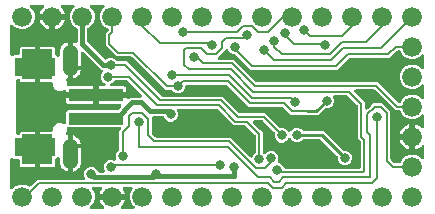
<source format=gbr>
G04 EAGLE Gerber RS-274X export*
G75*
%MOMM*%
%FSLAX34Y34*%
%LPD*%
%INBottom Copper*%
%IPPOS*%
%AMOC8*
5,1,8,0,0,1.08239X$1,22.5*%
G01*
%ADD10R,2.500000X2.500000*%
%ADD11C,1.308000*%
%ADD12C,1.676400*%
%ADD13R,4.600000X1.000000*%
%ADD14R,3.400000X1.600000*%
%ADD15C,0.800100*%
%ADD16C,0.203200*%
%ADD17C,0.406400*%
%ADD18C,0.254000*%

G36*
X298060Y36719D02*
X298060Y36719D01*
X298179Y36726D01*
X298217Y36739D01*
X298258Y36744D01*
X298368Y36787D01*
X298481Y36824D01*
X298516Y36846D01*
X298553Y36861D01*
X298649Y36930D01*
X298750Y36994D01*
X298778Y37024D01*
X298811Y37047D01*
X298887Y37139D01*
X298968Y37226D01*
X298988Y37261D01*
X299013Y37292D01*
X299064Y37400D01*
X299122Y37504D01*
X299132Y37544D01*
X299149Y37580D01*
X299171Y37697D01*
X299201Y37812D01*
X299205Y37872D01*
X299209Y37892D01*
X299207Y37913D01*
X299211Y37973D01*
X299211Y59171D01*
X299199Y59270D01*
X299196Y59369D01*
X299179Y59427D01*
X299171Y59487D01*
X299135Y59579D01*
X299107Y59674D01*
X299077Y59726D01*
X299054Y59783D01*
X298996Y59863D01*
X298946Y59948D01*
X298880Y60023D01*
X298868Y60040D01*
X298858Y60048D01*
X298840Y60069D01*
X296671Y62237D01*
X296671Y89651D01*
X296659Y89750D01*
X296656Y89849D01*
X296639Y89907D01*
X296631Y89967D01*
X296595Y90059D01*
X296567Y90154D01*
X296537Y90206D01*
X296514Y90263D01*
X296456Y90343D01*
X296406Y90428D01*
X296340Y90503D01*
X296328Y90520D01*
X296318Y90528D01*
X296300Y90549D01*
X288669Y98180D01*
X288591Y98240D01*
X288519Y98308D01*
X288466Y98337D01*
X288418Y98374D01*
X288327Y98414D01*
X288240Y98462D01*
X288181Y98477D01*
X288126Y98501D01*
X288028Y98516D01*
X287932Y98541D01*
X287832Y98547D01*
X287812Y98551D01*
X287799Y98549D01*
X287771Y98551D01*
X277046Y98551D01*
X276997Y98545D01*
X276947Y98547D01*
X276840Y98525D01*
X276731Y98511D01*
X276685Y98493D01*
X276636Y98483D01*
X276537Y98435D01*
X276435Y98394D01*
X276395Y98365D01*
X276350Y98343D01*
X276267Y98272D01*
X276178Y98208D01*
X276146Y98169D01*
X276108Y98137D01*
X276045Y98047D01*
X275975Y97963D01*
X275954Y97918D01*
X275925Y97877D01*
X275886Y97774D01*
X275839Y97675D01*
X275830Y97626D01*
X275813Y97580D01*
X275800Y97470D01*
X275780Y97363D01*
X275783Y97313D01*
X275777Y97264D01*
X275793Y97155D01*
X275799Y97045D01*
X275815Y96998D01*
X275822Y96949D01*
X275874Y96796D01*
X276543Y95180D01*
X276543Y92780D01*
X275625Y90562D01*
X273928Y88865D01*
X271710Y87947D01*
X269673Y87947D01*
X269575Y87934D01*
X269476Y87931D01*
X269418Y87915D01*
X269358Y87907D01*
X269266Y87870D01*
X269171Y87843D01*
X269118Y87812D01*
X269062Y87790D01*
X268982Y87732D01*
X268897Y87681D01*
X268821Y87615D01*
X268805Y87603D01*
X268797Y87594D01*
X268776Y87575D01*
X262988Y81787D01*
X252611Y81787D01*
X252599Y81798D01*
X252546Y81827D01*
X252499Y81864D01*
X252408Y81904D01*
X252321Y81952D01*
X252262Y81967D01*
X252207Y81991D01*
X252109Y82006D01*
X252013Y82031D01*
X251913Y82037D01*
X251893Y82041D01*
X251880Y82039D01*
X251852Y82041D01*
X240037Y82041D01*
X233424Y88655D01*
X233346Y88715D01*
X233274Y88783D01*
X233221Y88812D01*
X233173Y88849D01*
X233082Y88889D01*
X232995Y88937D01*
X232936Y88952D01*
X232881Y88976D01*
X232783Y88991D01*
X232687Y89016D01*
X232587Y89022D01*
X232567Y89026D01*
X232554Y89024D01*
X232526Y89026D01*
X203842Y89026D01*
X185799Y107070D01*
X185721Y107130D01*
X185649Y107198D01*
X185596Y107227D01*
X185548Y107264D01*
X185457Y107304D01*
X185370Y107352D01*
X185311Y107367D01*
X185256Y107391D01*
X185158Y107406D01*
X185062Y107431D01*
X184962Y107437D01*
X184942Y107441D01*
X184929Y107439D01*
X184901Y107441D01*
X152082Y107441D01*
X151964Y107426D01*
X151846Y107419D01*
X151807Y107406D01*
X151767Y107401D01*
X151656Y107358D01*
X151543Y107321D01*
X151509Y107299D01*
X151471Y107284D01*
X151375Y107215D01*
X151274Y107151D01*
X151247Y107121D01*
X151214Y107098D01*
X151138Y107006D01*
X151056Y106919D01*
X151037Y106884D01*
X151011Y106853D01*
X150960Y106745D01*
X150903Y106641D01*
X150893Y106601D01*
X150876Y106565D01*
X150853Y106448D01*
X150823Y106333D01*
X150820Y106273D01*
X150816Y106253D01*
X150817Y106232D01*
X150813Y106172D01*
X150813Y105136D01*
X149895Y102918D01*
X148198Y101221D01*
X145980Y100302D01*
X143580Y100302D01*
X141362Y101221D01*
X139668Y102915D01*
X139590Y102976D01*
X139518Y103044D01*
X139465Y103073D01*
X139417Y103110D01*
X139326Y103150D01*
X139239Y103197D01*
X139181Y103212D01*
X139125Y103236D01*
X139027Y103252D01*
X138931Y103277D01*
X138831Y103283D01*
X138811Y103286D01*
X138799Y103285D01*
X138771Y103287D01*
X133701Y103287D01*
X131544Y105444D01*
X131544Y105445D01*
X105789Y131200D01*
X105711Y131260D01*
X105639Y131328D01*
X105586Y131357D01*
X105538Y131394D01*
X105447Y131434D01*
X105360Y131482D01*
X105302Y131497D01*
X105246Y131521D01*
X105148Y131536D01*
X105052Y131561D01*
X104952Y131567D01*
X104932Y131571D01*
X104919Y131569D01*
X104891Y131571D01*
X92717Y131571D01*
X83311Y140977D01*
X83311Y151123D01*
X85480Y153291D01*
X85540Y153369D01*
X85608Y153441D01*
X85637Y153494D01*
X85674Y153542D01*
X85714Y153633D01*
X85762Y153720D01*
X85777Y153779D01*
X85801Y153834D01*
X85816Y153932D01*
X85841Y154028D01*
X85847Y154128D01*
X85851Y154148D01*
X85849Y154161D01*
X85851Y154189D01*
X85851Y154242D01*
X85848Y154271D01*
X85850Y154301D01*
X85828Y154429D01*
X85811Y154557D01*
X85801Y154585D01*
X85796Y154614D01*
X85742Y154733D01*
X85694Y154853D01*
X85677Y154877D01*
X85665Y154904D01*
X85584Y155005D01*
X85508Y155110D01*
X85485Y155129D01*
X85466Y155152D01*
X85363Y155230D01*
X85263Y155313D01*
X85236Y155326D01*
X85212Y155344D01*
X85068Y155415D01*
X83001Y156271D01*
X80071Y159201D01*
X78485Y163028D01*
X78485Y167172D01*
X80071Y170999D01*
X82164Y173093D01*
X82249Y173202D01*
X82338Y173309D01*
X82346Y173328D01*
X82359Y173344D01*
X82414Y173472D01*
X82473Y173597D01*
X82477Y173617D01*
X82485Y173636D01*
X82507Y173774D01*
X82533Y173910D01*
X82532Y173930D01*
X82535Y173950D01*
X82522Y174089D01*
X82513Y174227D01*
X82507Y174246D01*
X82505Y174266D01*
X82458Y174398D01*
X82415Y174529D01*
X82404Y174547D01*
X82398Y174566D01*
X82320Y174681D01*
X82245Y174798D01*
X82230Y174812D01*
X82219Y174829D01*
X82115Y174921D01*
X82014Y175016D01*
X81996Y175026D01*
X81981Y175039D01*
X81856Y175103D01*
X81735Y175170D01*
X81715Y175175D01*
X81697Y175184D01*
X81562Y175214D01*
X81427Y175249D01*
X81399Y175251D01*
X81387Y175254D01*
X81367Y175253D01*
X81266Y175259D01*
X71134Y175259D01*
X70996Y175242D01*
X70857Y175229D01*
X70838Y175222D01*
X70818Y175219D01*
X70689Y175168D01*
X70558Y175121D01*
X70541Y175110D01*
X70522Y175102D01*
X70410Y175021D01*
X70295Y174943D01*
X70281Y174927D01*
X70265Y174916D01*
X70176Y174808D01*
X70084Y174704D01*
X70075Y174686D01*
X70062Y174671D01*
X70003Y174545D01*
X69940Y174421D01*
X69935Y174401D01*
X69927Y174383D01*
X69901Y174247D01*
X69870Y174111D01*
X69871Y174090D01*
X69867Y174071D01*
X69876Y173932D01*
X69880Y173793D01*
X69885Y173773D01*
X69887Y173753D01*
X69929Y173621D01*
X69968Y173487D01*
X69978Y173470D01*
X69985Y173451D01*
X70059Y173333D01*
X70130Y173213D01*
X70148Y173192D01*
X70155Y173182D01*
X70170Y173168D01*
X70236Y173093D01*
X72329Y170999D01*
X73915Y167172D01*
X73915Y163028D01*
X72329Y159201D01*
X69399Y156271D01*
X68348Y155835D01*
X68323Y155821D01*
X68295Y155812D01*
X68185Y155742D01*
X68072Y155678D01*
X68051Y155657D01*
X68026Y155642D01*
X67937Y155547D01*
X67844Y155457D01*
X67828Y155431D01*
X67808Y155410D01*
X67745Y155296D01*
X67677Y155185D01*
X67669Y155157D01*
X67654Y155131D01*
X67622Y155006D01*
X67584Y154882D01*
X67582Y154852D01*
X67575Y154823D01*
X67565Y154663D01*
X67565Y144449D01*
X67577Y144351D01*
X67580Y144252D01*
X67597Y144194D01*
X67605Y144134D01*
X67641Y144042D01*
X67669Y143947D01*
X67699Y143895D01*
X67722Y143838D01*
X67780Y143758D01*
X67830Y143673D01*
X67896Y143597D01*
X67908Y143581D01*
X67918Y143573D01*
X67936Y143552D01*
X82166Y129323D01*
X82260Y129250D01*
X82349Y129171D01*
X82385Y129153D01*
X82417Y129128D01*
X82526Y129081D01*
X82632Y129026D01*
X82672Y129018D01*
X82709Y129002D01*
X82826Y128983D01*
X82942Y128957D01*
X82983Y128958D01*
X83023Y128952D01*
X83142Y128963D01*
X83260Y128967D01*
X83299Y128978D01*
X83339Y128982D01*
X83452Y129022D01*
X83566Y129055D01*
X83601Y129075D01*
X83639Y129089D01*
X83737Y129156D01*
X83840Y129216D01*
X83885Y129256D01*
X83902Y129268D01*
X83915Y129283D01*
X83961Y129323D01*
X84212Y129575D01*
X86430Y130493D01*
X88830Y130493D01*
X91048Y129575D01*
X92742Y127880D01*
X92820Y127820D01*
X92892Y127752D01*
X92945Y127723D01*
X92993Y127686D01*
X93084Y127646D01*
X93171Y127598D01*
X93229Y127583D01*
X93285Y127559D01*
X93383Y127544D01*
X93479Y127519D01*
X93579Y127513D01*
X93599Y127509D01*
X93611Y127511D01*
X93639Y127509D01*
X100958Y127509D01*
X130431Y98035D01*
X130509Y97975D01*
X130581Y97907D01*
X130634Y97878D01*
X130682Y97841D01*
X130773Y97801D01*
X130860Y97753D01*
X130919Y97738D01*
X130974Y97714D01*
X131072Y97699D01*
X131168Y97674D01*
X131268Y97668D01*
X131288Y97664D01*
X131301Y97666D01*
X131329Y97664D01*
X182238Y97664D01*
X195836Y84065D01*
X195914Y84005D01*
X195986Y83937D01*
X196039Y83908D01*
X196087Y83871D01*
X196178Y83831D01*
X196265Y83783D01*
X196324Y83768D01*
X196379Y83744D01*
X196477Y83729D01*
X196573Y83704D01*
X196673Y83698D01*
X196693Y83694D01*
X196706Y83696D01*
X196734Y83694D01*
X218433Y83694D01*
X230952Y71175D01*
X231030Y71114D01*
X231102Y71046D01*
X231155Y71017D01*
X231203Y70980D01*
X231294Y70941D01*
X231380Y70893D01*
X231439Y70878D01*
X231495Y70854D01*
X231593Y70838D01*
X231688Y70813D01*
X231788Y70807D01*
X231809Y70804D01*
X231821Y70805D01*
X231849Y70803D01*
X233610Y70803D01*
X235828Y69885D01*
X237576Y68137D01*
X237590Y68110D01*
X237603Y68095D01*
X237613Y68078D01*
X237710Y67978D01*
X237804Y67875D01*
X237820Y67864D01*
X237834Y67849D01*
X237953Y67776D01*
X238069Y67700D01*
X238088Y67694D01*
X238106Y67683D01*
X238239Y67642D01*
X238370Y67597D01*
X238390Y67595D01*
X238409Y67589D01*
X238549Y67583D01*
X238687Y67572D01*
X238707Y67575D01*
X238727Y67574D01*
X238863Y67602D01*
X239001Y67626D01*
X239019Y67634D01*
X239039Y67638D01*
X239163Y67699D01*
X239291Y67757D01*
X239306Y67769D01*
X239324Y67778D01*
X239430Y67868D01*
X239539Y67955D01*
X239551Y67971D01*
X239566Y67984D01*
X239646Y68098D01*
X239730Y68209D01*
X239743Y68234D01*
X239750Y68244D01*
X239757Y68263D01*
X239801Y68354D01*
X239995Y68823D01*
X241692Y70520D01*
X243910Y71438D01*
X246310Y71438D01*
X248528Y70520D01*
X249968Y69079D01*
X250046Y69019D01*
X250118Y68951D01*
X250171Y68922D01*
X250219Y68885D01*
X250310Y68845D01*
X250397Y68797D01*
X250455Y68782D01*
X250511Y68758D01*
X250609Y68743D01*
X250705Y68718D01*
X250805Y68712D01*
X250825Y68708D01*
X250837Y68710D01*
X250865Y68708D01*
X267433Y68708D01*
X284016Y52125D01*
X284094Y52064D01*
X284166Y51996D01*
X284219Y51967D01*
X284267Y51930D01*
X284358Y51891D01*
X284445Y51843D01*
X284503Y51828D01*
X284559Y51804D01*
X284657Y51788D01*
X284753Y51763D01*
X284853Y51757D01*
X284873Y51754D01*
X284885Y51755D01*
X284913Y51753D01*
X286950Y51753D01*
X289168Y50835D01*
X290865Y49138D01*
X291783Y46920D01*
X291783Y44520D01*
X290865Y42302D01*
X289168Y40605D01*
X286950Y39687D01*
X284550Y39687D01*
X282332Y40605D01*
X280635Y42302D01*
X279717Y44520D01*
X279717Y46557D01*
X279704Y46655D01*
X279701Y46754D01*
X279685Y46812D01*
X279677Y46872D01*
X279640Y46964D01*
X279613Y47059D01*
X279582Y47112D01*
X279560Y47168D01*
X279502Y47248D01*
X279451Y47333D01*
X279385Y47409D01*
X279373Y47425D01*
X279364Y47433D01*
X279345Y47454D01*
X265069Y61731D01*
X264990Y61791D01*
X264918Y61859D01*
X264865Y61888D01*
X264817Y61925D01*
X264726Y61965D01*
X264640Y62013D01*
X264581Y62028D01*
X264526Y62052D01*
X264428Y62067D01*
X264332Y62092D01*
X264232Y62098D01*
X264211Y62102D01*
X264199Y62100D01*
X264171Y62102D01*
X250865Y62102D01*
X250767Y62090D01*
X250668Y62087D01*
X250610Y62070D01*
X250550Y62062D01*
X250458Y62026D01*
X250363Y61998D01*
X250310Y61968D01*
X250254Y61945D01*
X250174Y61887D01*
X250089Y61837D01*
X250013Y61771D01*
X249997Y61759D01*
X249989Y61749D01*
X249968Y61731D01*
X248528Y60290D01*
X246310Y59372D01*
X243910Y59372D01*
X241692Y60290D01*
X239944Y62038D01*
X239930Y62065D01*
X239917Y62080D01*
X239907Y62097D01*
X239810Y62197D01*
X239716Y62300D01*
X239700Y62311D01*
X239686Y62326D01*
X239567Y62399D01*
X239451Y62475D01*
X239432Y62481D01*
X239414Y62492D01*
X239281Y62533D01*
X239150Y62578D01*
X239130Y62580D01*
X239111Y62586D01*
X238971Y62592D01*
X238833Y62603D01*
X238813Y62600D01*
X238793Y62601D01*
X238657Y62573D01*
X238519Y62549D01*
X238501Y62541D01*
X238481Y62537D01*
X238357Y62476D01*
X238229Y62418D01*
X238214Y62406D01*
X238196Y62397D01*
X238090Y62307D01*
X237981Y62220D01*
X237969Y62204D01*
X237954Y62191D01*
X237874Y62077D01*
X237790Y61966D01*
X237777Y61941D01*
X237770Y61931D01*
X237763Y61912D01*
X237719Y61821D01*
X237525Y61352D01*
X235828Y59655D01*
X233610Y58737D01*
X231210Y58737D01*
X228992Y59655D01*
X227295Y61352D01*
X226377Y63570D01*
X226377Y65970D01*
X226391Y66004D01*
X226399Y66033D01*
X226412Y66059D01*
X226441Y66185D01*
X226475Y66311D01*
X226475Y66341D01*
X226482Y66369D01*
X226478Y66499D01*
X226480Y66629D01*
X226473Y66658D01*
X226472Y66687D01*
X226436Y66812D01*
X226406Y66938D01*
X226392Y66964D01*
X226384Y66993D01*
X226318Y67104D01*
X226257Y67219D01*
X226237Y67241D01*
X226222Y67267D01*
X226116Y67388D01*
X216279Y77225D01*
X216201Y77285D01*
X216129Y77353D01*
X216076Y77382D01*
X216028Y77419D01*
X215937Y77459D01*
X215850Y77507D01*
X215791Y77522D01*
X215736Y77546D01*
X215638Y77561D01*
X215542Y77586D01*
X215442Y77592D01*
X215422Y77596D01*
X215409Y77594D01*
X215381Y77596D01*
X209180Y77596D01*
X209042Y77579D01*
X208903Y77566D01*
X208884Y77559D01*
X208864Y77556D01*
X208735Y77505D01*
X208604Y77458D01*
X208587Y77447D01*
X208568Y77439D01*
X208456Y77358D01*
X208341Y77280D01*
X208327Y77264D01*
X208311Y77253D01*
X208222Y77145D01*
X208130Y77041D01*
X208121Y77023D01*
X208108Y77008D01*
X208049Y76882D01*
X207986Y76758D01*
X207981Y76738D01*
X207973Y76720D01*
X207947Y76584D01*
X207916Y76448D01*
X207917Y76427D01*
X207913Y76408D01*
X207921Y76269D01*
X207926Y76130D01*
X207931Y76110D01*
X207933Y76090D01*
X207975Y75958D01*
X208014Y75824D01*
X208024Y75807D01*
X208031Y75788D01*
X208105Y75670D01*
X208176Y75550D01*
X208194Y75529D01*
X208201Y75519D01*
X208216Y75505D01*
X208282Y75430D01*
X214251Y69460D01*
X216409Y67303D01*
X216409Y50459D01*
X216421Y50361D01*
X216424Y50262D01*
X216441Y50204D01*
X216449Y50144D01*
X216485Y50052D01*
X216513Y49957D01*
X216543Y49904D01*
X216566Y49848D01*
X216624Y49768D01*
X216674Y49683D01*
X216740Y49607D01*
X216752Y49591D01*
X216762Y49583D01*
X216780Y49562D01*
X216908Y49435D01*
X217002Y49362D01*
X217091Y49283D01*
X217127Y49265D01*
X217159Y49240D01*
X217268Y49192D01*
X217374Y49138D01*
X217413Y49130D01*
X217451Y49113D01*
X217568Y49095D01*
X217684Y49069D01*
X217725Y49070D01*
X217765Y49064D01*
X217883Y49075D01*
X218002Y49078D01*
X218041Y49090D01*
X218081Y49093D01*
X218193Y49134D01*
X218308Y49167D01*
X218343Y49187D01*
X218381Y49201D01*
X218479Y49268D01*
X218582Y49328D01*
X218627Y49368D01*
X218644Y49380D01*
X218657Y49395D01*
X218703Y49435D01*
X220102Y50835D01*
X222320Y51753D01*
X224720Y51753D01*
X226938Y50835D01*
X228635Y49138D01*
X229553Y46920D01*
X229553Y44520D01*
X229040Y43282D01*
X229009Y43167D01*
X228970Y43054D01*
X228967Y43014D01*
X228956Y42975D01*
X228955Y42856D01*
X228945Y42737D01*
X228952Y42697D01*
X228951Y42657D01*
X228979Y42541D01*
X228999Y42424D01*
X229016Y42387D01*
X229026Y42348D01*
X229081Y42242D01*
X229130Y42134D01*
X229155Y42102D01*
X229174Y42067D01*
X229254Y41979D01*
X229329Y41886D01*
X229361Y41861D01*
X229388Y41831D01*
X229488Y41766D01*
X229583Y41694D01*
X229637Y41668D01*
X229654Y41657D01*
X229673Y41650D01*
X229727Y41623D01*
X232018Y40675D01*
X233715Y38978D01*
X234332Y37487D01*
X234347Y37462D01*
X234356Y37434D01*
X234425Y37324D01*
X234490Y37211D01*
X234510Y37190D01*
X234526Y37165D01*
X234621Y37076D01*
X234711Y36983D01*
X234736Y36967D01*
X234758Y36947D01*
X234871Y36884D01*
X234982Y36816D01*
X235010Y36808D01*
X235036Y36793D01*
X235162Y36761D01*
X235286Y36723D01*
X235315Y36721D01*
X235344Y36714D01*
X235505Y36704D01*
X297942Y36704D01*
X298060Y36719D01*
G37*
G36*
X9332Y64947D02*
X9332Y64947D01*
X9444Y64953D01*
X9489Y64967D01*
X9536Y64973D01*
X9640Y65014D01*
X9748Y65047D01*
X9788Y65072D01*
X9832Y65090D01*
X9922Y65155D01*
X10018Y65215D01*
X10051Y65249D01*
X10089Y65276D01*
X10161Y65363D01*
X10239Y65444D01*
X10262Y65485D01*
X10292Y65521D01*
X10340Y65623D01*
X10395Y65721D01*
X10418Y65790D01*
X10427Y65809D01*
X10431Y65827D01*
X10447Y65873D01*
X10582Y66381D01*
X10917Y66960D01*
X11390Y67433D01*
X11969Y67768D01*
X12616Y67941D01*
X23201Y67941D01*
X23201Y66202D01*
X23216Y66084D01*
X23223Y65965D01*
X23235Y65927D01*
X23241Y65886D01*
X23284Y65776D01*
X23321Y65663D01*
X23343Y65628D01*
X23358Y65591D01*
X23427Y65495D01*
X23491Y65394D01*
X23521Y65366D01*
X23544Y65333D01*
X23636Y65257D01*
X23723Y65176D01*
X23758Y65156D01*
X23789Y65131D01*
X23897Y65080D01*
X24001Y65022D01*
X24041Y65012D01*
X24077Y64995D01*
X24194Y64973D01*
X24309Y64943D01*
X24369Y64939D01*
X24389Y64935D01*
X24410Y64937D01*
X24470Y64933D01*
X26430Y64933D01*
X26548Y64948D01*
X26667Y64955D01*
X26705Y64968D01*
X26746Y64973D01*
X26856Y65016D01*
X26969Y65053D01*
X27004Y65075D01*
X27041Y65090D01*
X27137Y65159D01*
X27238Y65223D01*
X27266Y65253D01*
X27299Y65276D01*
X27375Y65368D01*
X27456Y65455D01*
X27476Y65490D01*
X27501Y65521D01*
X27552Y65629D01*
X27610Y65733D01*
X27620Y65773D01*
X27637Y65809D01*
X27659Y65926D01*
X27689Y66041D01*
X27693Y66101D01*
X27697Y66121D01*
X27695Y66142D01*
X27699Y66202D01*
X27699Y67941D01*
X37140Y67941D01*
X37258Y67956D01*
X37377Y67963D01*
X37415Y67976D01*
X37456Y67981D01*
X37566Y68024D01*
X37679Y68061D01*
X37714Y68083D01*
X37751Y68098D01*
X37847Y68167D01*
X37948Y68231D01*
X37976Y68261D01*
X38009Y68284D01*
X38084Y68376D01*
X38166Y68463D01*
X38186Y68498D01*
X38211Y68529D01*
X38262Y68637D01*
X38320Y68741D01*
X38330Y68781D01*
X38347Y68817D01*
X38369Y68934D01*
X38399Y69049D01*
X38403Y69109D01*
X38407Y69129D01*
X38405Y69150D01*
X38409Y69210D01*
X38409Y70602D01*
X39329Y72822D01*
X41028Y74521D01*
X43248Y75441D01*
X45652Y75441D01*
X47872Y74521D01*
X47900Y74492D01*
X48010Y74407D01*
X48117Y74318D01*
X48136Y74310D01*
X48152Y74297D01*
X48280Y74242D01*
X48405Y74183D01*
X48425Y74179D01*
X48444Y74171D01*
X48581Y74149D01*
X48718Y74123D01*
X48738Y74124D01*
X48758Y74121D01*
X48896Y74134D01*
X49035Y74143D01*
X49054Y74149D01*
X49074Y74151D01*
X49205Y74198D01*
X49337Y74241D01*
X49355Y74252D01*
X49374Y74259D01*
X49488Y74337D01*
X49606Y74411D01*
X49620Y74426D01*
X49637Y74437D01*
X49729Y74541D01*
X49824Y74643D01*
X49834Y74660D01*
X49847Y74676D01*
X49910Y74799D01*
X49978Y74921D01*
X49983Y74941D01*
X49992Y74959D01*
X50022Y75094D01*
X50057Y75229D01*
X50059Y75257D01*
X50062Y75269D01*
X50061Y75290D01*
X50067Y75390D01*
X50067Y84742D01*
X51258Y85933D01*
X92359Y85933D01*
X92457Y85945D01*
X92556Y85948D01*
X92614Y85965D01*
X92674Y85973D01*
X92766Y86009D01*
X92861Y86037D01*
X92913Y86067D01*
X92970Y86090D01*
X93050Y86148D01*
X93135Y86198D01*
X93211Y86264D01*
X93227Y86276D01*
X93235Y86286D01*
X93256Y86304D01*
X96144Y89193D01*
X96229Y89302D01*
X96318Y89409D01*
X96327Y89428D01*
X96339Y89444D01*
X96395Y89572D01*
X96454Y89697D01*
X96457Y89717D01*
X96465Y89736D01*
X96487Y89874D01*
X96513Y90010D01*
X96512Y90030D01*
X96515Y90050D01*
X96502Y90189D01*
X96494Y90327D01*
X96487Y90346D01*
X96485Y90366D01*
X96438Y90498D01*
X96396Y90629D01*
X96385Y90647D01*
X96378Y90666D01*
X96300Y90781D01*
X96225Y90898D01*
X96211Y90912D01*
X96199Y90929D01*
X96095Y91021D01*
X95994Y91116D01*
X95976Y91126D01*
X95961Y91139D01*
X95837Y91203D01*
X95715Y91270D01*
X95696Y91275D01*
X95678Y91284D01*
X95542Y91314D01*
X95407Y91349D01*
X95379Y91351D01*
X95367Y91354D01*
X95347Y91353D01*
X95247Y91359D01*
X77599Y91359D01*
X77599Y96401D01*
X100695Y96401D01*
X100732Y96309D01*
X100779Y96178D01*
X100790Y96161D01*
X100798Y96142D01*
X100879Y96030D01*
X100957Y95915D01*
X100973Y95901D01*
X100984Y95885D01*
X101092Y95796D01*
X101196Y95704D01*
X101214Y95695D01*
X101229Y95682D01*
X101355Y95623D01*
X101479Y95560D01*
X101499Y95555D01*
X101517Y95546D01*
X101654Y95520D01*
X101789Y95490D01*
X101810Y95490D01*
X101829Y95487D01*
X101968Y95495D01*
X102107Y95500D01*
X102127Y95505D01*
X102147Y95506D01*
X102279Y95549D01*
X102413Y95588D01*
X102430Y95598D01*
X102449Y95604D01*
X102567Y95679D01*
X102687Y95749D01*
X102708Y95768D01*
X102718Y95775D01*
X102732Y95790D01*
X102807Y95856D01*
X103726Y96775D01*
X113019Y96775D01*
X113157Y96792D01*
X113296Y96805D01*
X113315Y96812D01*
X113335Y96815D01*
X113464Y96866D01*
X113595Y96913D01*
X113612Y96924D01*
X113631Y96932D01*
X113743Y97013D01*
X113858Y97091D01*
X113872Y97107D01*
X113888Y97118D01*
X113977Y97226D01*
X114069Y97330D01*
X114078Y97348D01*
X114091Y97363D01*
X114150Y97489D01*
X114213Y97613D01*
X114218Y97633D01*
X114226Y97651D01*
X114252Y97787D01*
X114283Y97923D01*
X114282Y97944D01*
X114286Y97963D01*
X114278Y98102D01*
X114273Y98241D01*
X114268Y98261D01*
X114266Y98281D01*
X114224Y98413D01*
X114185Y98547D01*
X114175Y98564D01*
X114168Y98583D01*
X114094Y98701D01*
X114023Y98821D01*
X114005Y98842D01*
X113998Y98852D01*
X113983Y98866D01*
X113917Y98941D01*
X101979Y110880D01*
X101901Y110940D01*
X101829Y111008D01*
X101776Y111037D01*
X101728Y111074D01*
X101637Y111114D01*
X101550Y111162D01*
X101491Y111177D01*
X101436Y111201D01*
X101338Y111216D01*
X101242Y111241D01*
X101142Y111247D01*
X101122Y111251D01*
X101109Y111249D01*
X101081Y111251D01*
X91099Y111251D01*
X91001Y111239D01*
X90902Y111236D01*
X90844Y111219D01*
X90784Y111211D01*
X90692Y111175D01*
X90597Y111147D01*
X90544Y111117D01*
X90488Y111094D01*
X90408Y111036D01*
X90323Y110986D01*
X90247Y110920D01*
X90231Y110908D01*
X90223Y110898D01*
X90202Y110880D01*
X88508Y109185D01*
X87777Y108883D01*
X87716Y108848D01*
X87651Y108822D01*
X87579Y108770D01*
X87501Y108725D01*
X87450Y108677D01*
X87394Y108636D01*
X87337Y108566D01*
X87272Y108504D01*
X87236Y108444D01*
X87191Y108391D01*
X87153Y108309D01*
X87106Y108233D01*
X87085Y108166D01*
X87056Y108103D01*
X87039Y108015D01*
X87012Y107929D01*
X87009Y107859D01*
X86996Y107790D01*
X87001Y107701D01*
X86997Y107611D01*
X87011Y107543D01*
X87016Y107473D01*
X87043Y107388D01*
X87061Y107300D01*
X87092Y107237D01*
X87114Y107171D01*
X87162Y107095D01*
X87201Y107014D01*
X87246Y106961D01*
X87284Y106902D01*
X87349Y106840D01*
X87408Y106772D01*
X87465Y106732D01*
X87515Y106684D01*
X87594Y106641D01*
X87668Y106589D01*
X87733Y106564D01*
X87794Y106530D01*
X87881Y106508D01*
X87965Y106476D01*
X88034Y106468D01*
X88102Y106451D01*
X88263Y106441D01*
X98434Y106441D01*
X99081Y106268D01*
X99660Y105933D01*
X100133Y105460D01*
X100468Y104881D01*
X100641Y104234D01*
X100641Y101399D01*
X77599Y101399D01*
X77599Y106441D01*
X81917Y106441D01*
X81987Y106449D01*
X82056Y106448D01*
X82144Y106469D01*
X82233Y106481D01*
X82298Y106506D01*
X82366Y106523D01*
X82445Y106565D01*
X82529Y106598D01*
X82585Y106639D01*
X82647Y106671D01*
X82713Y106732D01*
X82786Y106784D01*
X82831Y106838D01*
X82882Y106885D01*
X82931Y106960D01*
X82989Y107029D01*
X83019Y107093D01*
X83057Y107151D01*
X83086Y107236D01*
X83124Y107317D01*
X83137Y107386D01*
X83160Y107452D01*
X83167Y107541D01*
X83184Y107629D01*
X83180Y107699D01*
X83185Y107769D01*
X83170Y107857D01*
X83164Y107947D01*
X83143Y108013D01*
X83131Y108082D01*
X83094Y108164D01*
X83066Y108249D01*
X83029Y108308D01*
X83000Y108372D01*
X82944Y108442D01*
X82896Y108518D01*
X82845Y108566D01*
X82802Y108620D01*
X82730Y108675D01*
X82665Y108736D01*
X82603Y108770D01*
X82548Y108812D01*
X82403Y108883D01*
X81672Y109185D01*
X79975Y110882D01*
X79057Y113100D01*
X79057Y115500D01*
X79975Y117718D01*
X80486Y118229D01*
X80571Y118338D01*
X80660Y118445D01*
X80669Y118464D01*
X80681Y118480D01*
X80737Y118608D01*
X80796Y118733D01*
X80799Y118753D01*
X80808Y118772D01*
X80829Y118910D01*
X80855Y119046D01*
X80854Y119066D01*
X80857Y119086D01*
X80844Y119225D01*
X80836Y119363D01*
X80829Y119382D01*
X80828Y119402D01*
X80781Y119533D01*
X80738Y119665D01*
X80727Y119683D01*
X80720Y119702D01*
X80642Y119816D01*
X80568Y119934D01*
X80553Y119948D01*
X80541Y119965D01*
X80437Y120057D01*
X80336Y120152D01*
X80318Y120162D01*
X80303Y120175D01*
X80179Y120238D01*
X80057Y120306D01*
X80038Y120311D01*
X80020Y120320D01*
X79884Y120350D01*
X79749Y120385D01*
X79721Y120387D01*
X79709Y120390D01*
X79689Y120389D01*
X79597Y120395D01*
X76844Y123148D01*
X64697Y135294D01*
X64588Y135379D01*
X64481Y135468D01*
X64462Y135477D01*
X64446Y135489D01*
X64318Y135545D01*
X64193Y135604D01*
X64173Y135607D01*
X64154Y135615D01*
X64016Y135637D01*
X63880Y135663D01*
X63860Y135662D01*
X63840Y135665D01*
X63701Y135652D01*
X63563Y135644D01*
X63544Y135637D01*
X63524Y135635D01*
X63392Y135588D01*
X63261Y135546D01*
X63243Y135535D01*
X63224Y135528D01*
X63109Y135450D01*
X62992Y135375D01*
X62978Y135361D01*
X62961Y135349D01*
X62869Y135245D01*
X62774Y135144D01*
X62764Y135126D01*
X62751Y135111D01*
X62687Y134987D01*
X62620Y134865D01*
X62615Y134846D01*
X62606Y134828D01*
X62576Y134692D01*
X62541Y134557D01*
X62539Y134529D01*
X62536Y134517D01*
X62537Y134497D01*
X62531Y134397D01*
X62531Y123899D01*
X55449Y123899D01*
X55449Y143857D01*
X55576Y143837D01*
X56936Y143395D01*
X57590Y143062D01*
X57683Y143028D01*
X57773Y142986D01*
X57832Y142975D01*
X57889Y142954D01*
X57988Y142945D01*
X58086Y142926D01*
X58146Y142930D01*
X58206Y142924D01*
X58304Y142940D01*
X58403Y142946D01*
X58460Y142965D01*
X58520Y142974D01*
X58611Y143014D01*
X58705Y143044D01*
X58756Y143076D01*
X58812Y143100D01*
X58890Y143161D01*
X58974Y143214D01*
X59015Y143258D01*
X59063Y143295D01*
X59124Y143374D01*
X59192Y143446D01*
X59221Y143499D01*
X59258Y143546D01*
X59298Y143637D01*
X59346Y143724D01*
X59361Y143783D01*
X59385Y143838D01*
X59400Y143936D01*
X59425Y144032D01*
X59431Y144132D01*
X59435Y144152D01*
X59433Y144165D01*
X59435Y144193D01*
X59435Y154663D01*
X59432Y154692D01*
X59434Y154721D01*
X59412Y154849D01*
X59395Y154978D01*
X59385Y155006D01*
X59380Y155035D01*
X59326Y155153D01*
X59278Y155274D01*
X59261Y155298D01*
X59249Y155325D01*
X59168Y155426D01*
X59092Y155531D01*
X59069Y155550D01*
X59050Y155573D01*
X58947Y155651D01*
X58847Y155734D01*
X58820Y155747D01*
X58796Y155764D01*
X58652Y155835D01*
X57601Y156271D01*
X54671Y159201D01*
X53085Y163028D01*
X53085Y167172D01*
X54671Y170999D01*
X56764Y173093D01*
X56849Y173202D01*
X56938Y173309D01*
X56946Y173328D01*
X56959Y173344D01*
X57014Y173472D01*
X57073Y173597D01*
X57077Y173617D01*
X57085Y173636D01*
X57107Y173774D01*
X57133Y173910D01*
X57132Y173930D01*
X57135Y173950D01*
X57122Y174089D01*
X57113Y174227D01*
X57107Y174246D01*
X57105Y174266D01*
X57058Y174398D01*
X57015Y174529D01*
X57004Y174547D01*
X56998Y174566D01*
X56920Y174681D01*
X56845Y174798D01*
X56830Y174812D01*
X56819Y174829D01*
X56715Y174921D01*
X56614Y175016D01*
X56596Y175026D01*
X56581Y175039D01*
X56456Y175103D01*
X56335Y175170D01*
X56315Y175175D01*
X56297Y175184D01*
X56162Y175214D01*
X56027Y175249D01*
X55999Y175251D01*
X55987Y175254D01*
X55967Y175253D01*
X55866Y175259D01*
X46452Y175259D01*
X46314Y175242D01*
X46176Y175229D01*
X46157Y175222D01*
X46136Y175219D01*
X46007Y175168D01*
X45876Y175121D01*
X45860Y175110D01*
X45841Y175102D01*
X45729Y175021D01*
X45613Y174943D01*
X45600Y174927D01*
X45583Y174916D01*
X45495Y174808D01*
X45403Y174704D01*
X45394Y174686D01*
X45381Y174671D01*
X45321Y174545D01*
X45258Y174421D01*
X45254Y174401D01*
X45245Y174383D01*
X45219Y174246D01*
X45189Y174111D01*
X45189Y174090D01*
X45185Y174071D01*
X45194Y173932D01*
X45198Y173793D01*
X45204Y173773D01*
X45205Y173753D01*
X45248Y173621D01*
X45287Y173487D01*
X45297Y173470D01*
X45303Y173451D01*
X45377Y173333D01*
X45448Y173213D01*
X45467Y173192D01*
X45473Y173182D01*
X45488Y173168D01*
X45555Y173093D01*
X46431Y172216D01*
X47442Y170825D01*
X48223Y169293D01*
X48754Y167658D01*
X48763Y167599D01*
X39330Y167599D01*
X39212Y167584D01*
X39093Y167577D01*
X39055Y167564D01*
X39015Y167559D01*
X38904Y167516D01*
X38791Y167479D01*
X38757Y167457D01*
X38719Y167442D01*
X38623Y167373D01*
X38522Y167309D01*
X38494Y167279D01*
X38462Y167256D01*
X38386Y167164D01*
X38304Y167077D01*
X38285Y167042D01*
X38259Y167011D01*
X38208Y166903D01*
X38151Y166799D01*
X38141Y166759D01*
X38123Y166723D01*
X38103Y166616D01*
X38099Y166646D01*
X38055Y166756D01*
X38019Y166869D01*
X37997Y166904D01*
X37982Y166941D01*
X37912Y167037D01*
X37849Y167138D01*
X37819Y167166D01*
X37795Y167199D01*
X37704Y167275D01*
X37617Y167356D01*
X37582Y167376D01*
X37550Y167401D01*
X37443Y167452D01*
X37338Y167510D01*
X37299Y167520D01*
X37263Y167537D01*
X37146Y167559D01*
X37030Y167589D01*
X36970Y167593D01*
X36950Y167597D01*
X36930Y167595D01*
X36870Y167599D01*
X27437Y167599D01*
X27446Y167658D01*
X27977Y169293D01*
X28758Y170825D01*
X29769Y172216D01*
X30645Y173093D01*
X30730Y173202D01*
X30819Y173309D01*
X30828Y173328D01*
X30840Y173344D01*
X30896Y173472D01*
X30955Y173597D01*
X30959Y173617D01*
X30967Y173636D01*
X30989Y173774D01*
X31015Y173910D01*
X31013Y173930D01*
X31017Y173950D01*
X31004Y174089D01*
X30995Y174227D01*
X30989Y174246D01*
X30987Y174266D01*
X30940Y174398D01*
X30897Y174529D01*
X30886Y174547D01*
X30879Y174566D01*
X30801Y174681D01*
X30727Y174798D01*
X30712Y174812D01*
X30701Y174829D01*
X30597Y174921D01*
X30495Y175016D01*
X30477Y175026D01*
X30462Y175039D01*
X30338Y175102D01*
X30217Y175170D01*
X30197Y175175D01*
X30179Y175184D01*
X30043Y175214D01*
X29909Y175249D01*
X29881Y175251D01*
X29869Y175254D01*
X29848Y175253D01*
X29748Y175259D01*
X20334Y175259D01*
X20196Y175242D01*
X20057Y175229D01*
X20038Y175222D01*
X20018Y175219D01*
X19889Y175168D01*
X19758Y175121D01*
X19741Y175110D01*
X19722Y175102D01*
X19610Y175021D01*
X19495Y174943D01*
X19481Y174927D01*
X19465Y174916D01*
X19376Y174808D01*
X19284Y174704D01*
X19275Y174686D01*
X19262Y174671D01*
X19203Y174545D01*
X19140Y174421D01*
X19135Y174401D01*
X19127Y174383D01*
X19101Y174247D01*
X19070Y174111D01*
X19071Y174090D01*
X19067Y174071D01*
X19076Y173932D01*
X19080Y173793D01*
X19085Y173773D01*
X19087Y173753D01*
X19129Y173621D01*
X19168Y173487D01*
X19178Y173470D01*
X19185Y173451D01*
X19259Y173333D01*
X19330Y173213D01*
X19348Y173192D01*
X19355Y173182D01*
X19370Y173168D01*
X19436Y173093D01*
X21529Y170999D01*
X23115Y167172D01*
X23115Y163028D01*
X21529Y159201D01*
X18599Y156271D01*
X14772Y154685D01*
X10628Y154685D01*
X6801Y156271D01*
X4707Y158364D01*
X4598Y158449D01*
X4491Y158538D01*
X4472Y158546D01*
X4456Y158559D01*
X4328Y158614D01*
X4203Y158673D01*
X4183Y158677D01*
X4164Y158685D01*
X4026Y158707D01*
X3890Y158733D01*
X3870Y158732D01*
X3850Y158735D01*
X3711Y158722D01*
X3573Y158713D01*
X3554Y158707D01*
X3534Y158705D01*
X3402Y158658D01*
X3271Y158615D01*
X3253Y158604D01*
X3234Y158598D01*
X3119Y158520D01*
X3002Y158445D01*
X2988Y158430D01*
X2971Y158419D01*
X2879Y158315D01*
X2784Y158214D01*
X2774Y158196D01*
X2761Y158181D01*
X2697Y158056D01*
X2630Y157935D01*
X2625Y157915D01*
X2616Y157897D01*
X2586Y157762D01*
X2551Y157627D01*
X2549Y157599D01*
X2546Y157587D01*
X2547Y157567D01*
X2541Y157466D01*
X2541Y133280D01*
X2558Y133142D01*
X2571Y133003D01*
X2578Y132984D01*
X2581Y132964D01*
X2632Y132835D01*
X2679Y132704D01*
X2690Y132687D01*
X2698Y132668D01*
X2779Y132556D01*
X2857Y132441D01*
X2873Y132428D01*
X2884Y132411D01*
X2992Y132322D01*
X3096Y132230D01*
X3114Y132221D01*
X3129Y132208D01*
X3255Y132149D01*
X3379Y132086D01*
X3399Y132081D01*
X3417Y132073D01*
X3554Y132047D01*
X3689Y132016D01*
X3710Y132017D01*
X3729Y132013D01*
X3868Y132022D01*
X4007Y132026D01*
X4027Y132031D01*
X4047Y132033D01*
X4179Y132075D01*
X4313Y132114D01*
X4330Y132125D01*
X4349Y132131D01*
X4467Y132205D01*
X4587Y132276D01*
X4608Y132294D01*
X4618Y132301D01*
X4632Y132316D01*
X4707Y132382D01*
X5258Y132933D01*
X9140Y132933D01*
X9258Y132948D01*
X9377Y132955D01*
X9415Y132968D01*
X9456Y132973D01*
X9566Y133016D01*
X9679Y133053D01*
X9714Y133075D01*
X9751Y133090D01*
X9847Y133159D01*
X9948Y133223D01*
X9976Y133253D01*
X10009Y133276D01*
X10085Y133368D01*
X10166Y133455D01*
X10186Y133490D01*
X10211Y133521D01*
X10262Y133629D01*
X10320Y133733D01*
X10330Y133773D01*
X10347Y133809D01*
X10369Y133926D01*
X10399Y134041D01*
X10403Y134101D01*
X10407Y134121D01*
X10405Y134142D01*
X10409Y134202D01*
X10409Y137734D01*
X10582Y138381D01*
X10917Y138960D01*
X11390Y139433D01*
X11969Y139768D01*
X12616Y139941D01*
X23201Y139941D01*
X23201Y134202D01*
X23216Y134084D01*
X23223Y133965D01*
X23235Y133927D01*
X23241Y133886D01*
X23284Y133776D01*
X23321Y133663D01*
X23343Y133628D01*
X23358Y133591D01*
X23427Y133495D01*
X23491Y133394D01*
X23521Y133366D01*
X23544Y133333D01*
X23636Y133257D01*
X23723Y133176D01*
X23758Y133156D01*
X23789Y133131D01*
X23897Y133080D01*
X24001Y133022D01*
X24041Y133012D01*
X24077Y132995D01*
X24194Y132973D01*
X24309Y132943D01*
X24369Y132939D01*
X24389Y132935D01*
X24410Y132937D01*
X24470Y132933D01*
X26430Y132933D01*
X26548Y132948D01*
X26667Y132955D01*
X26705Y132968D01*
X26746Y132973D01*
X26856Y133016D01*
X26969Y133053D01*
X27004Y133075D01*
X27041Y133090D01*
X27137Y133159D01*
X27238Y133223D01*
X27266Y133253D01*
X27299Y133276D01*
X27375Y133368D01*
X27456Y133455D01*
X27476Y133490D01*
X27501Y133521D01*
X27552Y133629D01*
X27610Y133733D01*
X27620Y133773D01*
X27637Y133809D01*
X27659Y133926D01*
X27689Y134041D01*
X27693Y134101D01*
X27697Y134121D01*
X27695Y134142D01*
X27699Y134202D01*
X27699Y139941D01*
X38284Y139941D01*
X38931Y139768D01*
X39510Y139433D01*
X39983Y138960D01*
X40318Y138381D01*
X40491Y137734D01*
X40491Y133910D01*
X40503Y133812D01*
X40506Y133713D01*
X40523Y133654D01*
X40531Y133594D01*
X40567Y133502D01*
X40595Y133407D01*
X40625Y133355D01*
X40648Y133299D01*
X40706Y133218D01*
X40756Y133133D01*
X40822Y133058D01*
X40834Y133041D01*
X40844Y133033D01*
X40862Y133012D01*
X42203Y131672D01*
X42312Y131587D01*
X42419Y131498D01*
X42438Y131490D01*
X42454Y131477D01*
X42581Y131422D01*
X42707Y131363D01*
X42727Y131359D01*
X42746Y131351D01*
X42884Y131329D01*
X43020Y131303D01*
X43040Y131304D01*
X43060Y131301D01*
X43199Y131314D01*
X43337Y131323D01*
X43356Y131329D01*
X43376Y131331D01*
X43508Y131378D01*
X43639Y131421D01*
X43657Y131432D01*
X43676Y131438D01*
X43791Y131517D01*
X43908Y131591D01*
X43922Y131606D01*
X43939Y131617D01*
X44031Y131721D01*
X44126Y131823D01*
X44136Y131840D01*
X44149Y131855D01*
X44213Y131980D01*
X44280Y132101D01*
X44285Y132121D01*
X44294Y132139D01*
X44324Y132275D01*
X44359Y132409D01*
X44361Y132437D01*
X44364Y132449D01*
X44363Y132469D01*
X44369Y132570D01*
X44369Y135695D01*
X44593Y137106D01*
X45035Y138466D01*
X45683Y139739D01*
X46524Y140896D01*
X47534Y141906D01*
X48691Y142747D01*
X49964Y143395D01*
X51324Y143837D01*
X51451Y143857D01*
X51451Y122630D01*
X51466Y122512D01*
X51473Y122393D01*
X51485Y122355D01*
X51491Y122315D01*
X51534Y122204D01*
X51571Y122091D01*
X51593Y122057D01*
X51608Y122019D01*
X51677Y121923D01*
X51688Y121906D01*
X51674Y121882D01*
X51649Y121850D01*
X51598Y121743D01*
X51540Y121638D01*
X51530Y121599D01*
X51513Y121563D01*
X51491Y121446D01*
X51461Y121330D01*
X51457Y121270D01*
X51453Y121250D01*
X51455Y121230D01*
X51451Y121170D01*
X51451Y113023D01*
X51286Y113049D01*
X51245Y113057D01*
X51159Y113083D01*
X51089Y113086D01*
X51020Y113100D01*
X50931Y113094D01*
X50841Y113098D01*
X50773Y113084D01*
X50703Y113080D01*
X50618Y113052D01*
X50530Y113034D01*
X50467Y113003D01*
X50400Y112982D01*
X50325Y112933D01*
X50244Y112894D01*
X50191Y112849D01*
X50132Y112811D01*
X50070Y112746D01*
X50002Y112688D01*
X49962Y112631D01*
X49914Y112580D01*
X49871Y112501D01*
X49819Y112428D01*
X49794Y112362D01*
X49761Y112301D01*
X49738Y112214D01*
X49706Y112130D01*
X49699Y112061D01*
X49681Y111993D01*
X49681Y111904D01*
X49671Y111814D01*
X49681Y111745D01*
X49681Y111675D01*
X49703Y111588D01*
X49716Y111499D01*
X49756Y111381D01*
X49760Y111367D01*
X49763Y111361D01*
X49768Y111347D01*
X50491Y109602D01*
X50491Y107710D01*
X50506Y107592D01*
X50513Y107473D01*
X50526Y107435D01*
X50531Y107394D01*
X50574Y107284D01*
X50611Y107171D01*
X50633Y107136D01*
X50648Y107099D01*
X50717Y107003D01*
X50781Y106902D01*
X50811Y106874D01*
X50834Y106841D01*
X50926Y106765D01*
X51013Y106684D01*
X51048Y106664D01*
X51079Y106639D01*
X51187Y106588D01*
X51291Y106530D01*
X51331Y106520D01*
X51367Y106503D01*
X51484Y106481D01*
X51599Y106451D01*
X51659Y106447D01*
X51679Y106443D01*
X51700Y106445D01*
X51760Y106441D01*
X72601Y106441D01*
X72601Y101399D01*
X49559Y101399D01*
X49559Y102078D01*
X49553Y102128D01*
X49555Y102177D01*
X49533Y102285D01*
X49519Y102394D01*
X49501Y102440D01*
X49491Y102489D01*
X49443Y102587D01*
X49402Y102690D01*
X49373Y102730D01*
X49351Y102774D01*
X49280Y102858D01*
X49216Y102947D01*
X49177Y102979D01*
X49145Y103016D01*
X49055Y103080D01*
X48971Y103150D01*
X48926Y103171D01*
X48885Y103199D01*
X48782Y103238D01*
X48683Y103285D01*
X48634Y103295D01*
X48588Y103312D01*
X48478Y103324D01*
X48371Y103345D01*
X48321Y103342D01*
X48272Y103347D01*
X48163Y103332D01*
X48053Y103325D01*
X48006Y103310D01*
X47957Y103303D01*
X47804Y103251D01*
X45652Y102359D01*
X43248Y102359D01*
X41028Y103279D01*
X39329Y104978D01*
X38409Y107198D01*
X38409Y108590D01*
X38394Y108708D01*
X38387Y108827D01*
X38374Y108865D01*
X38369Y108906D01*
X38326Y109016D01*
X38289Y109129D01*
X38267Y109164D01*
X38252Y109201D01*
X38183Y109297D01*
X38119Y109398D01*
X38089Y109426D01*
X38066Y109459D01*
X37974Y109535D01*
X37887Y109616D01*
X37852Y109636D01*
X37821Y109661D01*
X37713Y109712D01*
X37609Y109770D01*
X37569Y109780D01*
X37533Y109797D01*
X37416Y109819D01*
X37301Y109849D01*
X37241Y109853D01*
X37221Y109857D01*
X37200Y109855D01*
X37140Y109859D01*
X27699Y109859D01*
X27699Y111598D01*
X27684Y111716D01*
X27677Y111835D01*
X27664Y111873D01*
X27659Y111914D01*
X27616Y112024D01*
X27579Y112137D01*
X27557Y112172D01*
X27542Y112209D01*
X27473Y112305D01*
X27409Y112406D01*
X27379Y112434D01*
X27356Y112467D01*
X27264Y112543D01*
X27177Y112624D01*
X27142Y112644D01*
X27111Y112669D01*
X27003Y112720D01*
X26899Y112778D01*
X26859Y112788D01*
X26823Y112805D01*
X26706Y112827D01*
X26591Y112857D01*
X26531Y112861D01*
X26511Y112865D01*
X26490Y112863D01*
X26430Y112867D01*
X24470Y112867D01*
X24352Y112852D01*
X24233Y112845D01*
X24195Y112832D01*
X24154Y112827D01*
X24044Y112784D01*
X23931Y112747D01*
X23896Y112725D01*
X23859Y112710D01*
X23762Y112641D01*
X23662Y112577D01*
X23634Y112547D01*
X23601Y112524D01*
X23525Y112432D01*
X23444Y112345D01*
X23424Y112310D01*
X23399Y112279D01*
X23348Y112171D01*
X23290Y112067D01*
X23280Y112027D01*
X23263Y111991D01*
X23241Y111874D01*
X23211Y111759D01*
X23207Y111699D01*
X23203Y111679D01*
X23205Y111658D01*
X23201Y111598D01*
X23201Y109859D01*
X12616Y109859D01*
X11969Y110032D01*
X11390Y110367D01*
X10917Y110840D01*
X10582Y111419D01*
X10447Y111927D01*
X10404Y112031D01*
X10369Y112137D01*
X10344Y112177D01*
X10326Y112221D01*
X10259Y112311D01*
X10199Y112406D01*
X10165Y112438D01*
X10137Y112476D01*
X10050Y112547D01*
X9968Y112624D01*
X9926Y112647D01*
X9890Y112677D01*
X9788Y112723D01*
X9689Y112778D01*
X9643Y112789D01*
X9601Y112809D01*
X9490Y112829D01*
X9381Y112857D01*
X9309Y112862D01*
X9288Y112865D01*
X9269Y112864D01*
X9221Y112867D01*
X8890Y112867D01*
X8772Y112852D01*
X8653Y112845D01*
X8615Y112832D01*
X8574Y112827D01*
X8464Y112784D01*
X8351Y112747D01*
X8316Y112725D01*
X8279Y112710D01*
X8183Y112641D01*
X8082Y112577D01*
X8054Y112547D01*
X8021Y112524D01*
X7945Y112432D01*
X7864Y112345D01*
X7844Y112310D01*
X7819Y112279D01*
X7768Y112171D01*
X7710Y112067D01*
X7700Y112027D01*
X7683Y111991D01*
X7661Y111874D01*
X7631Y111759D01*
X7627Y111699D01*
X7623Y111679D01*
X7625Y111658D01*
X7621Y111598D01*
X7621Y66202D01*
X7636Y66084D01*
X7643Y65965D01*
X7656Y65927D01*
X7661Y65886D01*
X7704Y65776D01*
X7741Y65663D01*
X7763Y65628D01*
X7778Y65591D01*
X7847Y65495D01*
X7911Y65394D01*
X7941Y65366D01*
X7964Y65333D01*
X8056Y65257D01*
X8143Y65176D01*
X8178Y65156D01*
X8209Y65131D01*
X8317Y65080D01*
X8421Y65022D01*
X8461Y65012D01*
X8497Y64995D01*
X8614Y64973D01*
X8729Y64943D01*
X8789Y64939D01*
X8809Y64935D01*
X8830Y64937D01*
X8890Y64933D01*
X9221Y64933D01*
X9332Y64947D01*
G37*
G36*
X332071Y91952D02*
X332071Y91952D01*
X332101Y91950D01*
X332229Y91972D01*
X332357Y91989D01*
X332385Y91999D01*
X332414Y92004D01*
X332533Y92058D01*
X332653Y92106D01*
X332677Y92123D01*
X332704Y92135D01*
X332805Y92216D01*
X332910Y92292D01*
X332929Y92315D01*
X332952Y92334D01*
X333030Y92437D01*
X333113Y92537D01*
X333126Y92564D01*
X333144Y92588D01*
X333215Y92732D01*
X334071Y94799D01*
X337001Y97729D01*
X340828Y99315D01*
X344972Y99315D01*
X348799Y97729D01*
X350893Y95636D01*
X351002Y95551D01*
X351109Y95462D01*
X351128Y95454D01*
X351144Y95441D01*
X351272Y95386D01*
X351397Y95327D01*
X351417Y95323D01*
X351436Y95315D01*
X351574Y95293D01*
X351710Y95267D01*
X351730Y95268D01*
X351750Y95265D01*
X351889Y95278D01*
X352027Y95287D01*
X352046Y95293D01*
X352066Y95295D01*
X352198Y95342D01*
X352329Y95385D01*
X352347Y95396D01*
X352366Y95402D01*
X352481Y95480D01*
X352598Y95555D01*
X352612Y95570D01*
X352629Y95581D01*
X352721Y95685D01*
X352816Y95786D01*
X352826Y95804D01*
X352839Y95819D01*
X352903Y95944D01*
X352970Y96065D01*
X352975Y96085D01*
X352984Y96103D01*
X353014Y96238D01*
X353049Y96373D01*
X353051Y96401D01*
X353054Y96413D01*
X353053Y96433D01*
X353059Y96534D01*
X353059Y106666D01*
X353042Y106804D01*
X353029Y106943D01*
X353022Y106962D01*
X353019Y106982D01*
X352968Y107111D01*
X352921Y107242D01*
X352910Y107259D01*
X352902Y107278D01*
X352821Y107390D01*
X352743Y107505D01*
X352727Y107519D01*
X352716Y107535D01*
X352608Y107624D01*
X352504Y107716D01*
X352486Y107725D01*
X352471Y107738D01*
X352345Y107797D01*
X352221Y107860D01*
X352201Y107865D01*
X352183Y107873D01*
X352047Y107899D01*
X351911Y107930D01*
X351890Y107929D01*
X351871Y107933D01*
X351732Y107924D01*
X351593Y107920D01*
X351573Y107915D01*
X351553Y107913D01*
X351421Y107871D01*
X351287Y107832D01*
X351270Y107822D01*
X351251Y107815D01*
X351133Y107741D01*
X351013Y107670D01*
X350992Y107652D01*
X350982Y107645D01*
X350968Y107630D01*
X350893Y107564D01*
X348799Y105471D01*
X344972Y103885D01*
X340828Y103885D01*
X337001Y105471D01*
X334071Y108401D01*
X332485Y112228D01*
X332485Y116372D01*
X334071Y120199D01*
X337001Y123129D01*
X340828Y124715D01*
X344972Y124715D01*
X348799Y123129D01*
X350893Y121036D01*
X351002Y120951D01*
X351109Y120862D01*
X351128Y120854D01*
X351144Y120841D01*
X351272Y120786D01*
X351397Y120727D01*
X351417Y120723D01*
X351436Y120715D01*
X351574Y120693D01*
X351710Y120667D01*
X351730Y120668D01*
X351750Y120665D01*
X351889Y120678D01*
X352027Y120687D01*
X352046Y120693D01*
X352066Y120695D01*
X352198Y120742D01*
X352329Y120785D01*
X352347Y120796D01*
X352366Y120802D01*
X352481Y120880D01*
X352598Y120955D01*
X352612Y120970D01*
X352629Y120981D01*
X352721Y121085D01*
X352816Y121186D01*
X352826Y121204D01*
X352839Y121219D01*
X352903Y121344D01*
X352970Y121465D01*
X352975Y121485D01*
X352984Y121503D01*
X353014Y121638D01*
X353049Y121773D01*
X353051Y121801D01*
X353054Y121813D01*
X353053Y121833D01*
X353059Y121934D01*
X353059Y132066D01*
X353042Y132204D01*
X353029Y132343D01*
X353022Y132362D01*
X353019Y132382D01*
X352968Y132511D01*
X352921Y132642D01*
X352910Y132659D01*
X352902Y132678D01*
X352821Y132790D01*
X352743Y132905D01*
X352727Y132919D01*
X352716Y132935D01*
X352608Y133024D01*
X352504Y133116D01*
X352486Y133125D01*
X352471Y133138D01*
X352345Y133197D01*
X352221Y133260D01*
X352201Y133265D01*
X352183Y133273D01*
X352047Y133299D01*
X351911Y133330D01*
X351890Y133329D01*
X351871Y133333D01*
X351732Y133324D01*
X351593Y133320D01*
X351573Y133315D01*
X351553Y133313D01*
X351421Y133271D01*
X351287Y133232D01*
X351270Y133222D01*
X351251Y133215D01*
X351133Y133141D01*
X351013Y133070D01*
X350992Y133052D01*
X350982Y133045D01*
X350968Y133030D01*
X350893Y132964D01*
X348799Y130871D01*
X344972Y129285D01*
X340828Y129285D01*
X337001Y130871D01*
X334071Y133801D01*
X333215Y135868D01*
X333200Y135893D01*
X333191Y135921D01*
X333121Y136031D01*
X333057Y136144D01*
X333036Y136165D01*
X333021Y136190D01*
X332926Y136279D01*
X332836Y136372D01*
X332811Y136388D01*
X332789Y136408D01*
X332675Y136471D01*
X332565Y136539D01*
X332536Y136547D01*
X332511Y136562D01*
X332385Y136594D01*
X332261Y136632D01*
X332231Y136634D01*
X332203Y136641D01*
X332042Y136651D01*
X330719Y136651D01*
X330620Y136639D01*
X330521Y136636D01*
X330463Y136619D01*
X330403Y136611D01*
X330311Y136575D01*
X330216Y136547D01*
X330164Y136517D01*
X330107Y136494D01*
X330027Y136436D01*
X329942Y136386D01*
X329866Y136320D01*
X329850Y136308D01*
X329842Y136298D01*
X329821Y136280D01*
X326000Y132459D01*
X323843Y130301D01*
X290079Y130301D01*
X289980Y130289D01*
X289881Y130286D01*
X289823Y130269D01*
X289763Y130261D01*
X289671Y130225D01*
X289576Y130197D01*
X289524Y130167D01*
X289467Y130144D01*
X289387Y130086D01*
X289302Y130036D01*
X289227Y129970D01*
X289210Y129958D01*
X289202Y129948D01*
X289181Y129930D01*
X279393Y120141D01*
X205747Y120141D01*
X203590Y122299D01*
X192593Y133295D01*
X192515Y133356D01*
X192443Y133424D01*
X192390Y133453D01*
X192342Y133490D01*
X192251Y133529D01*
X192165Y133577D01*
X192106Y133592D01*
X192050Y133616D01*
X191952Y133632D01*
X191857Y133657D01*
X191757Y133663D01*
X191736Y133666D01*
X191724Y133665D01*
X191696Y133667D01*
X191205Y133667D01*
X188987Y134585D01*
X187290Y136282D01*
X186987Y137014D01*
X186963Y137057D01*
X186946Y137104D01*
X186884Y137195D01*
X186830Y137290D01*
X186795Y137326D01*
X186767Y137367D01*
X186685Y137440D01*
X186608Y137519D01*
X186566Y137545D01*
X186529Y137577D01*
X186431Y137627D01*
X186337Y137685D01*
X186290Y137699D01*
X186246Y137722D01*
X186138Y137746D01*
X186033Y137778D01*
X185984Y137781D01*
X185935Y137792D01*
X185825Y137788D01*
X185716Y137794D01*
X185667Y137783D01*
X185617Y137782D01*
X185512Y137751D01*
X185404Y137729D01*
X185360Y137707D01*
X185312Y137694D01*
X185217Y137638D01*
X185119Y137590D01*
X185081Y137557D01*
X185038Y137532D01*
X184917Y137426D01*
X179950Y132459D01*
X178437Y130945D01*
X178352Y130836D01*
X178263Y130729D01*
X178254Y130710D01*
X178242Y130694D01*
X178187Y130567D01*
X178128Y130441D01*
X178124Y130421D01*
X178116Y130402D01*
X178094Y130264D01*
X178068Y130128D01*
X178069Y130108D01*
X178066Y130088D01*
X178079Y129949D01*
X178088Y129811D01*
X178094Y129792D01*
X178096Y129772D01*
X178143Y129640D01*
X178186Y129509D01*
X178196Y129491D01*
X178203Y129472D01*
X178281Y129357D01*
X178356Y129240D01*
X178371Y129226D01*
X178382Y129209D01*
X178486Y129117D01*
X178587Y129022D01*
X178605Y129012D01*
X178620Y128999D01*
X178744Y128935D01*
X178866Y128868D01*
X178885Y128863D01*
X178904Y128854D01*
X179039Y128824D01*
X179174Y128789D01*
X179202Y128787D01*
X179214Y128784D01*
X179234Y128785D01*
X179335Y128779D01*
X191763Y128779D01*
X210441Y110100D01*
X210519Y110040D01*
X210591Y109972D01*
X210644Y109943D01*
X210692Y109906D01*
X210783Y109866D01*
X210870Y109818D01*
X210929Y109803D01*
X210984Y109779D01*
X211082Y109764D01*
X211178Y109739D01*
X211278Y109733D01*
X211298Y109729D01*
X211311Y109731D01*
X211339Y109729D01*
X313683Y109729D01*
X331091Y92320D01*
X331169Y92260D01*
X331241Y92192D01*
X331294Y92163D01*
X331342Y92126D01*
X331433Y92086D01*
X331520Y92038D01*
X331579Y92023D01*
X331634Y91999D01*
X331732Y91984D01*
X331828Y91959D01*
X331928Y91953D01*
X331948Y91949D01*
X331961Y91951D01*
X331989Y91949D01*
X332042Y91949D01*
X332071Y91952D01*
G37*
G36*
X3868Y19076D02*
X3868Y19076D01*
X4007Y19080D01*
X4027Y19085D01*
X4047Y19087D01*
X4179Y19129D01*
X4313Y19168D01*
X4330Y19178D01*
X4349Y19185D01*
X4467Y19259D01*
X4587Y19330D01*
X4608Y19348D01*
X4618Y19355D01*
X4632Y19370D01*
X4707Y19436D01*
X6801Y21529D01*
X10628Y23115D01*
X14772Y23115D01*
X18635Y21515D01*
X18663Y21507D01*
X18690Y21493D01*
X18816Y21465D01*
X18942Y21431D01*
X18971Y21430D01*
X19000Y21424D01*
X19130Y21428D01*
X19260Y21426D01*
X19288Y21432D01*
X19318Y21433D01*
X19442Y21469D01*
X19569Y21500D01*
X19595Y21514D01*
X19623Y21522D01*
X19735Y21587D01*
X19850Y21648D01*
X19872Y21668D01*
X19897Y21683D01*
X20018Y21790D01*
X23250Y25021D01*
X25407Y27179D01*
X64584Y27179D01*
X64633Y27185D01*
X64683Y27183D01*
X64790Y27205D01*
X64899Y27219D01*
X64945Y27237D01*
X64994Y27247D01*
X65093Y27295D01*
X65195Y27336D01*
X65235Y27365D01*
X65280Y27387D01*
X65363Y27458D01*
X65452Y27522D01*
X65484Y27561D01*
X65522Y27593D01*
X65585Y27683D01*
X65655Y27767D01*
X65676Y27812D01*
X65705Y27853D01*
X65744Y27956D01*
X65791Y28055D01*
X65800Y28104D01*
X65817Y28150D01*
X65830Y28260D01*
X65850Y28367D01*
X65847Y28417D01*
X65853Y28466D01*
X65837Y28575D01*
X65831Y28685D01*
X65815Y28732D01*
X65808Y28781D01*
X65756Y28934D01*
X65087Y30550D01*
X65087Y32950D01*
X66005Y35168D01*
X67702Y36865D01*
X69920Y37783D01*
X72320Y37783D01*
X74538Y36865D01*
X76235Y35168D01*
X76694Y34058D01*
X76709Y34033D01*
X76718Y34005D01*
X76787Y33895D01*
X76852Y33782D01*
X76872Y33761D01*
X76888Y33736D01*
X76983Y33647D01*
X77073Y33554D01*
X77098Y33538D01*
X77120Y33518D01*
X77234Y33455D01*
X77344Y33387D01*
X77372Y33379D01*
X77398Y33364D01*
X77524Y33332D01*
X77648Y33294D01*
X77678Y33292D01*
X77706Y33285D01*
X77867Y33275D01*
X81199Y33275D01*
X81248Y33281D01*
X81298Y33279D01*
X81405Y33301D01*
X81514Y33315D01*
X81560Y33333D01*
X81609Y33343D01*
X81708Y33391D01*
X81810Y33432D01*
X81850Y33461D01*
X81895Y33483D01*
X81978Y33554D01*
X82067Y33618D01*
X82099Y33657D01*
X82137Y33689D01*
X82200Y33779D01*
X82270Y33863D01*
X82291Y33908D01*
X82320Y33949D01*
X82359Y34052D01*
X82406Y34151D01*
X82415Y34200D01*
X82433Y34246D01*
X82445Y34356D01*
X82465Y34463D01*
X82462Y34513D01*
X82468Y34562D01*
X82453Y34671D01*
X82446Y34781D01*
X82430Y34828D01*
X82423Y34877D01*
X82371Y35030D01*
X81597Y36900D01*
X81597Y39300D01*
X82515Y41518D01*
X84212Y43215D01*
X86430Y44133D01*
X88830Y44133D01*
X90360Y43499D01*
X90494Y43463D01*
X90627Y43422D01*
X90647Y43421D01*
X90667Y43415D01*
X90806Y43413D01*
X90945Y43407D01*
X90965Y43411D01*
X90985Y43410D01*
X91121Y43443D01*
X91256Y43471D01*
X91275Y43480D01*
X91294Y43485D01*
X91417Y43550D01*
X91542Y43611D01*
X91557Y43624D01*
X91575Y43633D01*
X91678Y43727D01*
X91784Y43817D01*
X91796Y43834D01*
X91811Y43847D01*
X91887Y43964D01*
X91967Y44077D01*
X91974Y44096D01*
X91985Y44113D01*
X92031Y44245D01*
X92080Y44374D01*
X92082Y44395D01*
X92089Y44414D01*
X92100Y44552D01*
X92115Y44691D01*
X92112Y44711D01*
X92114Y44731D01*
X92090Y44868D01*
X92071Y45005D01*
X92062Y45032D01*
X92059Y45044D01*
X92051Y45063D01*
X92019Y45158D01*
X91757Y45790D01*
X91757Y48190D01*
X92675Y50408D01*
X94370Y52102D01*
X94430Y52180D01*
X94498Y52252D01*
X94527Y52305D01*
X94564Y52353D01*
X94604Y52444D01*
X94652Y52531D01*
X94667Y52589D01*
X94691Y52645D01*
X94706Y52743D01*
X94731Y52839D01*
X94737Y52939D01*
X94741Y52959D01*
X94739Y52971D01*
X94741Y52999D01*
X94741Y68573D01*
X95869Y69701D01*
X95954Y69810D01*
X96043Y69917D01*
X96052Y69936D01*
X96064Y69952D01*
X96119Y70079D01*
X96178Y70205D01*
X96182Y70225D01*
X96190Y70244D01*
X96212Y70382D01*
X96238Y70518D01*
X96237Y70538D01*
X96240Y70558D01*
X96227Y70697D01*
X96218Y70835D01*
X96212Y70854D01*
X96210Y70874D01*
X96163Y71006D01*
X96120Y71137D01*
X96110Y71155D01*
X96103Y71174D01*
X96025Y71289D01*
X95950Y71406D01*
X95935Y71420D01*
X95924Y71437D01*
X95820Y71529D01*
X95719Y71624D01*
X95701Y71634D01*
X95686Y71647D01*
X95562Y71711D01*
X95440Y71778D01*
X95421Y71783D01*
X95402Y71792D01*
X95267Y71822D01*
X95132Y71857D01*
X95104Y71859D01*
X95092Y71862D01*
X95072Y71861D01*
X94971Y71867D01*
X51760Y71867D01*
X51642Y71852D01*
X51523Y71845D01*
X51485Y71832D01*
X51444Y71827D01*
X51334Y71784D01*
X51221Y71747D01*
X51186Y71725D01*
X51149Y71710D01*
X51053Y71641D01*
X50952Y71577D01*
X50924Y71547D01*
X50891Y71524D01*
X50815Y71432D01*
X50734Y71345D01*
X50714Y71310D01*
X50689Y71279D01*
X50638Y71171D01*
X50580Y71067D01*
X50570Y71027D01*
X50553Y70991D01*
X50531Y70874D01*
X50501Y70759D01*
X50497Y70699D01*
X50493Y70679D01*
X50495Y70658D01*
X50491Y70598D01*
X50491Y68198D01*
X49768Y66453D01*
X49757Y66415D01*
X49748Y66396D01*
X49741Y66360D01*
X49711Y66283D01*
X49702Y66214D01*
X49684Y66146D01*
X49682Y66057D01*
X49671Y65968D01*
X49680Y65898D01*
X49679Y65828D01*
X49700Y65741D01*
X49711Y65652D01*
X49737Y65587D01*
X49753Y65519D01*
X49795Y65440D01*
X49828Y65356D01*
X49869Y65300D01*
X49902Y65238D01*
X49962Y65171D01*
X50014Y65099D01*
X50068Y65054D01*
X50115Y65002D01*
X50190Y64953D01*
X50259Y64896D01*
X50323Y64866D01*
X50381Y64828D01*
X50466Y64799D01*
X50547Y64760D01*
X50616Y64747D01*
X50682Y64724D01*
X50771Y64717D01*
X50859Y64701D01*
X50929Y64705D01*
X50999Y64699D01*
X51087Y64715D01*
X51177Y64720D01*
X51298Y64751D01*
X51312Y64754D01*
X51318Y64756D01*
X51451Y64777D01*
X51451Y56630D01*
X51466Y56512D01*
X51473Y56393D01*
X51485Y56355D01*
X51491Y56315D01*
X51534Y56204D01*
X51571Y56091D01*
X51593Y56057D01*
X51608Y56019D01*
X51677Y55923D01*
X51688Y55906D01*
X51674Y55882D01*
X51649Y55850D01*
X51598Y55743D01*
X51540Y55638D01*
X51530Y55599D01*
X51513Y55563D01*
X51491Y55446D01*
X51461Y55330D01*
X51457Y55270D01*
X51453Y55250D01*
X51455Y55230D01*
X51451Y55170D01*
X51451Y33943D01*
X51324Y33963D01*
X49964Y34405D01*
X48691Y35053D01*
X47534Y35894D01*
X46524Y36904D01*
X45683Y38061D01*
X45035Y39334D01*
X44593Y40694D01*
X44369Y42105D01*
X44369Y45230D01*
X44352Y45368D01*
X44339Y45507D01*
X44332Y45526D01*
X44329Y45546D01*
X44278Y45675D01*
X44231Y45806D01*
X44220Y45823D01*
X44212Y45842D01*
X44131Y45954D01*
X44053Y46069D01*
X44037Y46082D01*
X44026Y46099D01*
X43918Y46188D01*
X43814Y46280D01*
X43796Y46289D01*
X43781Y46302D01*
X43655Y46361D01*
X43531Y46424D01*
X43511Y46429D01*
X43493Y46437D01*
X43357Y46463D01*
X43221Y46494D01*
X43200Y46493D01*
X43181Y46497D01*
X43042Y46488D01*
X42903Y46484D01*
X42883Y46479D01*
X42863Y46477D01*
X42731Y46434D01*
X42597Y46396D01*
X42580Y46385D01*
X42561Y46379D01*
X42443Y46305D01*
X42323Y46234D01*
X42302Y46216D01*
X42292Y46209D01*
X42278Y46194D01*
X42203Y46128D01*
X40862Y44788D01*
X40802Y44709D01*
X40734Y44637D01*
X40705Y44584D01*
X40668Y44536D01*
X40628Y44445D01*
X40580Y44359D01*
X40565Y44300D01*
X40541Y44245D01*
X40526Y44147D01*
X40501Y44051D01*
X40495Y43951D01*
X40491Y43931D01*
X40492Y43918D01*
X40491Y43890D01*
X40491Y40066D01*
X40318Y39419D01*
X39983Y38840D01*
X39510Y38367D01*
X38931Y38032D01*
X38284Y37859D01*
X27699Y37859D01*
X27699Y43598D01*
X27684Y43716D01*
X27677Y43835D01*
X27664Y43873D01*
X27659Y43914D01*
X27616Y44024D01*
X27579Y44137D01*
X27557Y44172D01*
X27542Y44209D01*
X27473Y44305D01*
X27409Y44406D01*
X27379Y44434D01*
X27356Y44467D01*
X27264Y44543D01*
X27177Y44624D01*
X27142Y44644D01*
X27111Y44669D01*
X27003Y44720D01*
X26899Y44778D01*
X26859Y44788D01*
X26823Y44805D01*
X26706Y44827D01*
X26591Y44857D01*
X26531Y44861D01*
X26511Y44865D01*
X26490Y44863D01*
X26430Y44867D01*
X24470Y44867D01*
X24352Y44852D01*
X24233Y44845D01*
X24195Y44832D01*
X24154Y44827D01*
X24044Y44784D01*
X23931Y44747D01*
X23896Y44725D01*
X23859Y44710D01*
X23762Y44641D01*
X23662Y44577D01*
X23634Y44547D01*
X23601Y44524D01*
X23525Y44432D01*
X23444Y44345D01*
X23424Y44310D01*
X23399Y44279D01*
X23348Y44171D01*
X23290Y44067D01*
X23280Y44027D01*
X23263Y43991D01*
X23241Y43874D01*
X23211Y43759D01*
X23207Y43699D01*
X23203Y43679D01*
X23205Y43658D01*
X23201Y43598D01*
X23201Y37859D01*
X12616Y37859D01*
X11969Y38032D01*
X11390Y38367D01*
X10917Y38840D01*
X10582Y39419D01*
X10409Y40066D01*
X10409Y43598D01*
X10394Y43716D01*
X10387Y43835D01*
X10374Y43873D01*
X10369Y43914D01*
X10326Y44024D01*
X10289Y44137D01*
X10267Y44172D01*
X10252Y44209D01*
X10183Y44305D01*
X10119Y44406D01*
X10089Y44434D01*
X10066Y44467D01*
X9974Y44543D01*
X9887Y44624D01*
X9852Y44644D01*
X9821Y44669D01*
X9713Y44720D01*
X9609Y44778D01*
X9569Y44788D01*
X9533Y44805D01*
X9416Y44827D01*
X9301Y44857D01*
X9241Y44861D01*
X9221Y44865D01*
X9200Y44863D01*
X9140Y44867D01*
X5258Y44867D01*
X4707Y45418D01*
X4598Y45503D01*
X4491Y45592D01*
X4472Y45600D01*
X4456Y45613D01*
X4328Y45668D01*
X4203Y45727D01*
X4183Y45731D01*
X4164Y45739D01*
X4026Y45761D01*
X3890Y45787D01*
X3870Y45786D01*
X3850Y45789D01*
X3711Y45776D01*
X3573Y45767D01*
X3554Y45761D01*
X3534Y45759D01*
X3402Y45712D01*
X3271Y45669D01*
X3253Y45658D01*
X3234Y45652D01*
X3119Y45573D01*
X3002Y45499D01*
X2988Y45484D01*
X2971Y45473D01*
X2879Y45369D01*
X2784Y45267D01*
X2774Y45250D01*
X2761Y45235D01*
X2698Y45111D01*
X2630Y44989D01*
X2625Y44969D01*
X2616Y44951D01*
X2586Y44815D01*
X2551Y44681D01*
X2549Y44653D01*
X2546Y44641D01*
X2547Y44621D01*
X2541Y44520D01*
X2541Y20334D01*
X2558Y20196D01*
X2571Y20057D01*
X2578Y20038D01*
X2581Y20018D01*
X2632Y19889D01*
X2679Y19758D01*
X2690Y19741D01*
X2698Y19722D01*
X2779Y19610D01*
X2857Y19495D01*
X2873Y19481D01*
X2884Y19465D01*
X2992Y19376D01*
X3096Y19284D01*
X3114Y19275D01*
X3129Y19262D01*
X3255Y19203D01*
X3379Y19140D01*
X3399Y19135D01*
X3417Y19127D01*
X3553Y19101D01*
X3689Y19070D01*
X3710Y19071D01*
X3729Y19067D01*
X3868Y19076D01*
G37*
G36*
X206593Y45909D02*
X206593Y45909D01*
X206642Y45905D01*
X206750Y45924D01*
X206860Y45934D01*
X206907Y45951D01*
X206956Y45959D01*
X207056Y46004D01*
X207159Y46042D01*
X207200Y46070D01*
X207246Y46090D01*
X207332Y46159D01*
X207422Y46220D01*
X207455Y46257D01*
X207494Y46288D01*
X207560Y46376D01*
X207633Y46459D01*
X207656Y46503D01*
X207685Y46543D01*
X207756Y46687D01*
X208245Y47868D01*
X209940Y49562D01*
X210000Y49640D01*
X210068Y49712D01*
X210097Y49765D01*
X210134Y49813D01*
X210174Y49904D01*
X210222Y49991D01*
X210237Y50049D01*
X210261Y50105D01*
X210276Y50203D01*
X210301Y50299D01*
X210307Y50399D01*
X210311Y50419D01*
X210309Y50431D01*
X210311Y50459D01*
X210311Y64251D01*
X210299Y64350D01*
X210296Y64449D01*
X210279Y64507D01*
X210271Y64567D01*
X210235Y64659D01*
X210207Y64754D01*
X210177Y64806D01*
X210154Y64863D01*
X210096Y64943D01*
X210046Y65028D01*
X209980Y65103D01*
X209968Y65120D01*
X209958Y65128D01*
X209940Y65149D01*
X202309Y72780D01*
X202231Y72840D01*
X202159Y72908D01*
X202106Y72937D01*
X202058Y72974D01*
X201967Y73014D01*
X201880Y73062D01*
X201821Y73077D01*
X201766Y73101D01*
X201668Y73116D01*
X201572Y73141D01*
X201472Y73147D01*
X201452Y73151D01*
X201439Y73149D01*
X201411Y73151D01*
X191777Y73151D01*
X178179Y86750D01*
X178101Y86810D01*
X178029Y86878D01*
X177976Y86907D01*
X177928Y86944D01*
X177837Y86984D01*
X177750Y87032D01*
X177691Y87047D01*
X177636Y87071D01*
X177538Y87086D01*
X177442Y87111D01*
X177342Y87117D01*
X177322Y87121D01*
X177309Y87119D01*
X177281Y87121D01*
X144966Y87121D01*
X144917Y87115D01*
X144867Y87117D01*
X144760Y87095D01*
X144651Y87081D01*
X144605Y87063D01*
X144556Y87053D01*
X144457Y87005D01*
X144355Y86964D01*
X144315Y86935D01*
X144270Y86913D01*
X144187Y86842D01*
X144098Y86778D01*
X144066Y86739D01*
X144028Y86707D01*
X143965Y86617D01*
X143895Y86533D01*
X143874Y86488D01*
X143845Y86447D01*
X143806Y86344D01*
X143759Y86245D01*
X143750Y86196D01*
X143733Y86150D01*
X143720Y86040D01*
X143700Y85933D01*
X143703Y85883D01*
X143697Y85834D01*
X143713Y85725D01*
X143719Y85615D01*
X143735Y85568D01*
X143742Y85519D01*
X143794Y85366D01*
X144463Y83750D01*
X144463Y81350D01*
X143545Y79132D01*
X141848Y77435D01*
X139630Y76517D01*
X137230Y76517D01*
X135012Y77435D01*
X133315Y79132D01*
X132856Y80242D01*
X132841Y80267D01*
X132832Y80295D01*
X132763Y80405D01*
X132698Y80518D01*
X132678Y80539D01*
X132662Y80564D01*
X132567Y80653D01*
X132477Y80746D01*
X132452Y80762D01*
X132430Y80782D01*
X132316Y80845D01*
X132206Y80913D01*
X132178Y80921D01*
X132152Y80936D01*
X132026Y80968D01*
X131902Y81006D01*
X131872Y81008D01*
X131844Y81015D01*
X131683Y81025D01*
X123698Y81025D01*
X123580Y81010D01*
X123461Y81003D01*
X123423Y80990D01*
X123382Y80985D01*
X123272Y80942D01*
X123159Y80905D01*
X123124Y80883D01*
X123087Y80868D01*
X122991Y80799D01*
X122890Y80735D01*
X122862Y80705D01*
X122829Y80682D01*
X122753Y80590D01*
X122672Y80503D01*
X122652Y80468D01*
X122627Y80437D01*
X122576Y80329D01*
X122518Y80225D01*
X122508Y80185D01*
X122491Y80149D01*
X122469Y80032D01*
X122439Y79917D01*
X122435Y79857D01*
X122431Y79837D01*
X122433Y79816D01*
X122429Y79756D01*
X122429Y66559D01*
X122441Y66460D01*
X122444Y66361D01*
X122461Y66303D01*
X122469Y66243D01*
X122505Y66151D01*
X122533Y66056D01*
X122563Y66004D01*
X122586Y65947D01*
X122644Y65867D01*
X122694Y65782D01*
X122760Y65707D01*
X122772Y65690D01*
X122782Y65682D01*
X122800Y65661D01*
X125351Y63110D01*
X125429Y63050D01*
X125501Y62982D01*
X125554Y62953D01*
X125602Y62916D01*
X125693Y62876D01*
X125780Y62828D01*
X125839Y62813D01*
X125894Y62789D01*
X125992Y62774D01*
X126088Y62749D01*
X126188Y62743D01*
X126208Y62739D01*
X126221Y62741D01*
X126249Y62739D01*
X189223Y62739D01*
X205686Y46275D01*
X205725Y46245D01*
X205759Y46208D01*
X205851Y46148D01*
X205937Y46080D01*
X205983Y46061D01*
X206025Y46033D01*
X206128Y45998D01*
X206229Y45954D01*
X206278Y45946D01*
X206325Y45930D01*
X206435Y45921D01*
X206543Y45904D01*
X206593Y45909D01*
G37*
G36*
X332071Y41152D02*
X332071Y41152D01*
X332101Y41150D01*
X332229Y41172D01*
X332357Y41189D01*
X332385Y41199D01*
X332414Y41204D01*
X332533Y41258D01*
X332653Y41306D01*
X332677Y41323D01*
X332704Y41335D01*
X332805Y41416D01*
X332910Y41492D01*
X332929Y41515D01*
X332952Y41534D01*
X333030Y41637D01*
X333113Y41737D01*
X333126Y41764D01*
X333144Y41788D01*
X333215Y41932D01*
X334071Y43999D01*
X337001Y46929D01*
X340828Y48515D01*
X344972Y48515D01*
X348799Y46929D01*
X350893Y44836D01*
X351002Y44751D01*
X351109Y44662D01*
X351128Y44654D01*
X351144Y44641D01*
X351272Y44586D01*
X351397Y44527D01*
X351417Y44523D01*
X351436Y44515D01*
X351574Y44493D01*
X351710Y44467D01*
X351730Y44468D01*
X351750Y44465D01*
X351889Y44478D01*
X352027Y44487D01*
X352046Y44493D01*
X352066Y44495D01*
X352198Y44542D01*
X352329Y44585D01*
X352347Y44596D01*
X352366Y44602D01*
X352481Y44680D01*
X352598Y44755D01*
X352612Y44770D01*
X352629Y44781D01*
X352721Y44885D01*
X352816Y44986D01*
X352826Y45004D01*
X352839Y45019D01*
X352903Y45144D01*
X352970Y45265D01*
X352975Y45285D01*
X352984Y45303D01*
X353014Y45438D01*
X353049Y45573D01*
X353051Y45601D01*
X353054Y45613D01*
X353053Y45633D01*
X353059Y45734D01*
X353059Y55148D01*
X353042Y55286D01*
X353029Y55424D01*
X353022Y55443D01*
X353019Y55464D01*
X352968Y55593D01*
X352921Y55724D01*
X352910Y55740D01*
X352902Y55759D01*
X352821Y55871D01*
X352743Y55987D01*
X352727Y56000D01*
X352716Y56017D01*
X352608Y56105D01*
X352504Y56197D01*
X352486Y56206D01*
X352471Y56219D01*
X352345Y56279D01*
X352221Y56342D01*
X352201Y56346D01*
X352183Y56355D01*
X352046Y56381D01*
X351911Y56411D01*
X351890Y56411D01*
X351871Y56415D01*
X351732Y56406D01*
X351593Y56402D01*
X351573Y56396D01*
X351553Y56395D01*
X351421Y56352D01*
X351287Y56313D01*
X351270Y56303D01*
X351251Y56297D01*
X351133Y56223D01*
X351013Y56152D01*
X350992Y56133D01*
X350982Y56127D01*
X350968Y56112D01*
X350893Y56045D01*
X350016Y55169D01*
X348625Y54158D01*
X347093Y53377D01*
X345458Y52846D01*
X345399Y52837D01*
X345399Y62270D01*
X345384Y62388D01*
X345377Y62507D01*
X345364Y62545D01*
X345359Y62585D01*
X345316Y62696D01*
X345279Y62809D01*
X345257Y62843D01*
X345242Y62881D01*
X345173Y62977D01*
X345109Y63078D01*
X345079Y63106D01*
X345056Y63138D01*
X344964Y63214D01*
X344877Y63296D01*
X344842Y63315D01*
X344811Y63341D01*
X344703Y63392D01*
X344599Y63449D01*
X344559Y63459D01*
X344523Y63477D01*
X344416Y63497D01*
X344446Y63501D01*
X344556Y63545D01*
X344669Y63581D01*
X344704Y63603D01*
X344741Y63618D01*
X344837Y63688D01*
X344938Y63751D01*
X344966Y63781D01*
X344999Y63805D01*
X345075Y63896D01*
X345156Y63983D01*
X345176Y64018D01*
X345201Y64050D01*
X345252Y64157D01*
X345310Y64262D01*
X345320Y64301D01*
X345337Y64337D01*
X345359Y64454D01*
X345389Y64570D01*
X345393Y64630D01*
X345397Y64650D01*
X345397Y64653D01*
X345396Y64672D01*
X345399Y64730D01*
X345399Y74163D01*
X345458Y74154D01*
X347093Y73623D01*
X348625Y72842D01*
X350016Y71831D01*
X350893Y70955D01*
X351002Y70870D01*
X351109Y70781D01*
X351128Y70772D01*
X351144Y70760D01*
X351272Y70704D01*
X351397Y70645D01*
X351417Y70641D01*
X351436Y70633D01*
X351574Y70611D01*
X351710Y70585D01*
X351730Y70587D01*
X351750Y70583D01*
X351889Y70596D01*
X352027Y70605D01*
X352046Y70611D01*
X352066Y70613D01*
X352198Y70660D01*
X352329Y70703D01*
X352347Y70714D01*
X352366Y70721D01*
X352481Y70799D01*
X352598Y70873D01*
X352612Y70888D01*
X352629Y70899D01*
X352720Y71003D01*
X352816Y71105D01*
X352826Y71123D01*
X352839Y71138D01*
X352902Y71262D01*
X352970Y71383D01*
X352975Y71403D01*
X352984Y71421D01*
X353014Y71557D01*
X353049Y71691D01*
X353051Y71719D01*
X353054Y71731D01*
X353053Y71752D01*
X353059Y71852D01*
X353059Y81266D01*
X353042Y81404D01*
X353040Y81428D01*
X353037Y81471D01*
X353035Y81477D01*
X353029Y81543D01*
X353022Y81562D01*
X353019Y81582D01*
X352968Y81711D01*
X352921Y81842D01*
X352910Y81859D01*
X352902Y81878D01*
X352821Y81990D01*
X352743Y82105D01*
X352727Y82119D01*
X352716Y82135D01*
X352608Y82224D01*
X352504Y82316D01*
X352486Y82325D01*
X352471Y82338D01*
X352345Y82397D01*
X352221Y82460D01*
X352201Y82465D01*
X352183Y82473D01*
X352047Y82499D01*
X351911Y82530D01*
X351890Y82529D01*
X351871Y82533D01*
X351732Y82524D01*
X351593Y82520D01*
X351573Y82515D01*
X351553Y82513D01*
X351421Y82471D01*
X351287Y82432D01*
X351270Y82422D01*
X351251Y82415D01*
X351133Y82341D01*
X351013Y82270D01*
X350992Y82252D01*
X350982Y82245D01*
X350968Y82230D01*
X350893Y82164D01*
X348799Y80071D01*
X344972Y78485D01*
X340828Y78485D01*
X337001Y80071D01*
X334071Y83001D01*
X333215Y85068D01*
X333200Y85093D01*
X333191Y85121D01*
X333121Y85231D01*
X333057Y85344D01*
X333036Y85365D01*
X333021Y85390D01*
X332926Y85479D01*
X332836Y85572D01*
X332811Y85588D01*
X332789Y85608D01*
X332675Y85671D01*
X332565Y85739D01*
X332536Y85747D01*
X332511Y85762D01*
X332385Y85794D01*
X332261Y85832D01*
X332231Y85834D01*
X332203Y85841D01*
X332042Y85851D01*
X328937Y85851D01*
X311529Y103260D01*
X311451Y103320D01*
X311379Y103388D01*
X311326Y103417D01*
X311278Y103454D01*
X311187Y103494D01*
X311100Y103542D01*
X311041Y103557D01*
X310986Y103581D01*
X310888Y103596D01*
X310792Y103621D01*
X310692Y103627D01*
X310672Y103631D01*
X310659Y103629D01*
X310631Y103631D01*
X294905Y103631D01*
X294767Y103614D01*
X294628Y103601D01*
X294609Y103594D01*
X294589Y103591D01*
X294460Y103540D01*
X294329Y103493D01*
X294312Y103482D01*
X294293Y103474D01*
X294181Y103393D01*
X294066Y103315D01*
X294052Y103299D01*
X294036Y103288D01*
X293947Y103180D01*
X293855Y103076D01*
X293846Y103058D01*
X293833Y103043D01*
X293774Y102917D01*
X293711Y102793D01*
X293706Y102773D01*
X293698Y102755D01*
X293672Y102619D01*
X293641Y102483D01*
X293642Y102462D01*
X293638Y102443D01*
X293646Y102304D01*
X293651Y102165D01*
X293656Y102145D01*
X293658Y102125D01*
X293700Y101993D01*
X293739Y101859D01*
X293749Y101842D01*
X293756Y101823D01*
X293830Y101705D01*
X293901Y101585D01*
X293919Y101564D01*
X293926Y101554D01*
X293941Y101540D01*
X294007Y101465D01*
X302769Y92703D01*
X302769Y87895D01*
X302786Y87757D01*
X302799Y87618D01*
X302806Y87599D01*
X302809Y87579D01*
X302860Y87450D01*
X302907Y87319D01*
X302918Y87302D01*
X302926Y87283D01*
X303007Y87171D01*
X303085Y87056D01*
X303101Y87042D01*
X303112Y87026D01*
X303220Y86937D01*
X303324Y86845D01*
X303342Y86836D01*
X303357Y86823D01*
X303483Y86764D01*
X303607Y86701D01*
X303627Y86696D01*
X303645Y86688D01*
X303781Y86662D01*
X303917Y86631D01*
X303938Y86632D01*
X303957Y86628D01*
X304096Y86636D01*
X304235Y86641D01*
X304255Y86646D01*
X304275Y86648D01*
X304407Y86690D01*
X304541Y86729D01*
X304558Y86739D01*
X304577Y86746D01*
X304695Y86820D01*
X304815Y86891D01*
X304836Y86909D01*
X304846Y86916D01*
X304860Y86931D01*
X304935Y86997D01*
X307730Y89791D01*
X309887Y91949D01*
X317493Y91949D01*
X324359Y85083D01*
X324359Y44969D01*
X324371Y44870D01*
X324374Y44771D01*
X324391Y44713D01*
X324399Y44653D01*
X324435Y44561D01*
X324463Y44466D01*
X324493Y44414D01*
X324516Y44357D01*
X324574Y44277D01*
X324624Y44192D01*
X324690Y44117D01*
X324702Y44100D01*
X324712Y44092D01*
X324730Y44071D01*
X327281Y41520D01*
X327359Y41460D01*
X327431Y41392D01*
X327484Y41363D01*
X327532Y41326D01*
X327623Y41286D01*
X327710Y41238D01*
X327769Y41223D01*
X327824Y41199D01*
X327922Y41184D01*
X328018Y41159D01*
X328118Y41153D01*
X328138Y41149D01*
X328151Y41151D01*
X328179Y41149D01*
X332042Y41149D01*
X332071Y41152D01*
G37*
G36*
X80686Y2558D02*
X80686Y2558D01*
X80824Y2571D01*
X80843Y2578D01*
X80864Y2581D01*
X80993Y2632D01*
X81124Y2679D01*
X81140Y2690D01*
X81159Y2698D01*
X81271Y2779D01*
X81387Y2857D01*
X81400Y2873D01*
X81417Y2884D01*
X81505Y2992D01*
X81597Y3096D01*
X81606Y3114D01*
X81619Y3129D01*
X81679Y3255D01*
X81742Y3379D01*
X81746Y3399D01*
X81755Y3417D01*
X81781Y3554D01*
X81811Y3689D01*
X81811Y3710D01*
X81815Y3729D01*
X81806Y3868D01*
X81802Y4007D01*
X81796Y4027D01*
X81795Y4047D01*
X81752Y4179D01*
X81713Y4313D01*
X81703Y4330D01*
X81697Y4349D01*
X81623Y4467D01*
X81552Y4587D01*
X81533Y4608D01*
X81527Y4618D01*
X81512Y4632D01*
X81445Y4707D01*
X80569Y5584D01*
X79558Y6975D01*
X78777Y8507D01*
X78246Y10142D01*
X78237Y10201D01*
X87670Y10201D01*
X87788Y10216D01*
X87907Y10223D01*
X87945Y10235D01*
X87985Y10241D01*
X88096Y10284D01*
X88209Y10321D01*
X88243Y10343D01*
X88281Y10358D01*
X88377Y10427D01*
X88478Y10491D01*
X88506Y10521D01*
X88538Y10544D01*
X88614Y10636D01*
X88696Y10723D01*
X88715Y10758D01*
X88741Y10789D01*
X88792Y10897D01*
X88849Y11001D01*
X88859Y11041D01*
X88877Y11077D01*
X88897Y11184D01*
X88901Y11154D01*
X88945Y11044D01*
X88981Y10931D01*
X89003Y10896D01*
X89018Y10859D01*
X89088Y10762D01*
X89151Y10662D01*
X89181Y10634D01*
X89205Y10601D01*
X89296Y10525D01*
X89383Y10444D01*
X89418Y10424D01*
X89450Y10399D01*
X89557Y10348D01*
X89662Y10290D01*
X89701Y10280D01*
X89737Y10263D01*
X89854Y10241D01*
X89970Y10211D01*
X90030Y10207D01*
X90050Y10203D01*
X90070Y10205D01*
X90130Y10201D01*
X99563Y10201D01*
X99554Y10142D01*
X99023Y8507D01*
X98242Y6975D01*
X97231Y5584D01*
X96355Y4707D01*
X96270Y4598D01*
X96181Y4491D01*
X96172Y4472D01*
X96160Y4456D01*
X96104Y4328D01*
X96045Y4203D01*
X96041Y4183D01*
X96033Y4164D01*
X96011Y4026D01*
X95985Y3890D01*
X95987Y3870D01*
X95983Y3850D01*
X95996Y3711D01*
X96005Y3573D01*
X96011Y3554D01*
X96013Y3534D01*
X96060Y3402D01*
X96103Y3271D01*
X96114Y3253D01*
X96121Y3234D01*
X96199Y3119D01*
X96273Y3002D01*
X96288Y2988D01*
X96299Y2971D01*
X96403Y2879D01*
X96505Y2784D01*
X96523Y2774D01*
X96538Y2761D01*
X96662Y2698D01*
X96783Y2630D01*
X96803Y2625D01*
X96821Y2616D01*
X96957Y2586D01*
X97091Y2551D01*
X97119Y2549D01*
X97131Y2546D01*
X97152Y2547D01*
X97252Y2541D01*
X106666Y2541D01*
X106804Y2558D01*
X106943Y2571D01*
X106962Y2578D01*
X106982Y2581D01*
X107111Y2632D01*
X107242Y2679D01*
X107259Y2690D01*
X107278Y2698D01*
X107390Y2779D01*
X107505Y2857D01*
X107519Y2873D01*
X107535Y2884D01*
X107624Y2992D01*
X107716Y3096D01*
X107725Y3114D01*
X107738Y3129D01*
X107797Y3255D01*
X107860Y3379D01*
X107865Y3399D01*
X107873Y3417D01*
X107899Y3553D01*
X107930Y3689D01*
X107929Y3710D01*
X107933Y3729D01*
X107924Y3868D01*
X107920Y4007D01*
X107915Y4027D01*
X107913Y4047D01*
X107871Y4179D01*
X107832Y4313D01*
X107822Y4330D01*
X107815Y4349D01*
X107741Y4467D01*
X107670Y4587D01*
X107652Y4608D01*
X107645Y4618D01*
X107630Y4632D01*
X107564Y4707D01*
X105471Y6801D01*
X103885Y10628D01*
X103885Y14772D01*
X105471Y18599D01*
X105786Y18914D01*
X105871Y19024D01*
X105960Y19131D01*
X105968Y19150D01*
X105981Y19166D01*
X106036Y19294D01*
X106095Y19419D01*
X106099Y19439D01*
X106107Y19458D01*
X106129Y19596D01*
X106155Y19732D01*
X106154Y19752D01*
X106157Y19772D01*
X106144Y19911D01*
X106135Y20049D01*
X106129Y20068D01*
X106127Y20088D01*
X106080Y20219D01*
X106037Y20351D01*
X106026Y20369D01*
X106020Y20388D01*
X105942Y20502D01*
X105867Y20620D01*
X105852Y20634D01*
X105841Y20651D01*
X105737Y20743D01*
X105636Y20838D01*
X105618Y20848D01*
X105603Y20861D01*
X105479Y20925D01*
X105357Y20992D01*
X105337Y20997D01*
X105319Y21006D01*
X105183Y21036D01*
X105049Y21071D01*
X105021Y21073D01*
X105009Y21076D01*
X104989Y21075D01*
X104888Y21081D01*
X98803Y21081D01*
X98763Y21076D01*
X98724Y21079D01*
X98606Y21056D01*
X98487Y21041D01*
X98450Y21027D01*
X98411Y21019D01*
X98303Y20968D01*
X98192Y20924D01*
X98159Y20901D01*
X98123Y20884D01*
X98031Y20808D01*
X97934Y20738D01*
X97909Y20707D01*
X97878Y20682D01*
X97808Y20585D01*
X97732Y20493D01*
X97715Y20457D01*
X97691Y20424D01*
X97647Y20313D01*
X97596Y20205D01*
X97589Y20166D01*
X97574Y20129D01*
X97559Y20010D01*
X97536Y19893D01*
X97539Y19853D01*
X97534Y19813D01*
X97549Y19695D01*
X97556Y19575D01*
X97568Y19537D01*
X97573Y19498D01*
X97617Y19386D01*
X97654Y19273D01*
X97675Y19239D01*
X97690Y19202D01*
X97776Y19066D01*
X98242Y18425D01*
X99023Y16893D01*
X99554Y15258D01*
X99563Y15199D01*
X90130Y15199D01*
X90012Y15184D01*
X89893Y15177D01*
X89855Y15164D01*
X89815Y15159D01*
X89704Y15116D01*
X89591Y15079D01*
X89557Y15057D01*
X89519Y15042D01*
X89423Y14973D01*
X89322Y14909D01*
X89294Y14879D01*
X89262Y14856D01*
X89186Y14764D01*
X89104Y14677D01*
X89085Y14642D01*
X89059Y14611D01*
X89008Y14503D01*
X88951Y14399D01*
X88941Y14359D01*
X88923Y14323D01*
X88903Y14216D01*
X88899Y14246D01*
X88855Y14356D01*
X88819Y14469D01*
X88797Y14504D01*
X88782Y14541D01*
X88712Y14637D01*
X88649Y14738D01*
X88619Y14766D01*
X88595Y14799D01*
X88504Y14875D01*
X88417Y14956D01*
X88382Y14976D01*
X88350Y15001D01*
X88243Y15052D01*
X88138Y15110D01*
X88099Y15120D01*
X88063Y15137D01*
X87946Y15159D01*
X87830Y15189D01*
X87770Y15193D01*
X87750Y15197D01*
X87730Y15195D01*
X87670Y15199D01*
X78237Y15199D01*
X78246Y15258D01*
X78777Y16893D01*
X79558Y18425D01*
X80024Y19066D01*
X80043Y19101D01*
X80068Y19131D01*
X80119Y19240D01*
X80177Y19345D01*
X80187Y19383D01*
X80204Y19419D01*
X80226Y19537D01*
X80256Y19653D01*
X80256Y19692D01*
X80264Y19732D01*
X80256Y19851D01*
X80256Y19971D01*
X80247Y20009D01*
X80244Y20049D01*
X80207Y20163D01*
X80177Y20279D01*
X80158Y20314D01*
X80146Y20351D01*
X80082Y20453D01*
X80024Y20557D01*
X79997Y20586D01*
X79976Y20620D01*
X79889Y20702D01*
X79807Y20789D01*
X79773Y20811D01*
X79744Y20838D01*
X79639Y20896D01*
X79538Y20960D01*
X79501Y20972D01*
X79466Y20992D01*
X79350Y21021D01*
X79236Y21059D01*
X79196Y21061D01*
X79158Y21071D01*
X78997Y21081D01*
X72912Y21081D01*
X72774Y21064D01*
X72635Y21051D01*
X72616Y21044D01*
X72596Y21041D01*
X72467Y20990D01*
X72336Y20943D01*
X72319Y20932D01*
X72300Y20924D01*
X72188Y20843D01*
X72073Y20765D01*
X72059Y20749D01*
X72043Y20738D01*
X71954Y20630D01*
X71862Y20526D01*
X71853Y20508D01*
X71840Y20493D01*
X71781Y20367D01*
X71718Y20243D01*
X71713Y20223D01*
X71705Y20205D01*
X71679Y20069D01*
X71648Y19933D01*
X71649Y19912D01*
X71645Y19893D01*
X71654Y19754D01*
X71658Y19615D01*
X71663Y19595D01*
X71665Y19575D01*
X71707Y19443D01*
X71746Y19309D01*
X71756Y19292D01*
X71763Y19273D01*
X71837Y19155D01*
X71908Y19035D01*
X71926Y19014D01*
X71933Y19004D01*
X71948Y18990D01*
X72014Y18914D01*
X72329Y18599D01*
X73915Y14772D01*
X73915Y10628D01*
X72329Y6801D01*
X70236Y4707D01*
X70151Y4598D01*
X70062Y4491D01*
X70054Y4472D01*
X70041Y4456D01*
X69986Y4328D01*
X69927Y4203D01*
X69923Y4183D01*
X69915Y4164D01*
X69893Y4026D01*
X69867Y3890D01*
X69868Y3870D01*
X69865Y3850D01*
X69878Y3711D01*
X69887Y3573D01*
X69893Y3554D01*
X69895Y3534D01*
X69942Y3402D01*
X69985Y3271D01*
X69996Y3253D01*
X70002Y3234D01*
X70080Y3119D01*
X70155Y3002D01*
X70170Y2988D01*
X70181Y2971D01*
X70285Y2879D01*
X70386Y2784D01*
X70404Y2774D01*
X70419Y2761D01*
X70544Y2697D01*
X70665Y2630D01*
X70685Y2625D01*
X70703Y2616D01*
X70838Y2586D01*
X70973Y2551D01*
X71001Y2549D01*
X71013Y2546D01*
X71033Y2547D01*
X71134Y2541D01*
X80548Y2541D01*
X80686Y2558D01*
G37*
%LPC*%
G36*
X55449Y53901D02*
X55449Y53901D01*
X62531Y53901D01*
X62531Y42105D01*
X62307Y40694D01*
X61865Y39334D01*
X61217Y38061D01*
X60376Y36904D01*
X59366Y35894D01*
X58209Y35053D01*
X56936Y34405D01*
X55576Y33963D01*
X55449Y33943D01*
X55449Y53901D01*
G37*
%LPD*%
%LPC*%
G36*
X51766Y91359D02*
X51766Y91359D01*
X51119Y91532D01*
X50540Y91867D01*
X50067Y92340D01*
X49732Y92919D01*
X49559Y93566D01*
X49559Y96401D01*
X72601Y96401D01*
X72601Y91359D01*
X51766Y91359D01*
G37*
%LPD*%
%LPC*%
G36*
X40599Y162601D02*
X40599Y162601D01*
X48763Y162601D01*
X48754Y162542D01*
X48223Y160907D01*
X47442Y159375D01*
X46431Y157984D01*
X45216Y156769D01*
X43825Y155758D01*
X42293Y154977D01*
X40658Y154446D01*
X40599Y154437D01*
X40599Y162601D01*
G37*
%LPD*%
%LPC*%
G36*
X332237Y65999D02*
X332237Y65999D01*
X332246Y66058D01*
X332777Y67693D01*
X333558Y69225D01*
X334569Y70616D01*
X335784Y71831D01*
X337175Y72842D01*
X338707Y73623D01*
X340342Y74154D01*
X340401Y74163D01*
X340401Y65999D01*
X332237Y65999D01*
G37*
%LPD*%
%LPC*%
G36*
X35542Y154446D02*
X35542Y154446D01*
X33907Y154977D01*
X32375Y155758D01*
X30984Y156769D01*
X29769Y157984D01*
X28758Y159375D01*
X27977Y160907D01*
X27446Y162542D01*
X27437Y162601D01*
X35601Y162601D01*
X35601Y154437D01*
X35542Y154446D01*
G37*
%LPD*%
%LPC*%
G36*
X340342Y52846D02*
X340342Y52846D01*
X338707Y53377D01*
X337175Y54158D01*
X335784Y55169D01*
X334569Y56384D01*
X333558Y57775D01*
X332777Y59307D01*
X332246Y60942D01*
X332237Y61001D01*
X340401Y61001D01*
X340401Y52837D01*
X340342Y52846D01*
G37*
%LPD*%
%LPC*%
G36*
X55449Y57899D02*
X55449Y57899D01*
X55449Y64777D01*
X55576Y64757D01*
X56936Y64315D01*
X58209Y63667D01*
X59366Y62826D01*
X60376Y61816D01*
X61217Y60659D01*
X61865Y59386D01*
X62307Y58026D01*
X62327Y57899D01*
X55449Y57899D01*
G37*
%LPD*%
%LPC*%
G36*
X55449Y119901D02*
X55449Y119901D01*
X62327Y119901D01*
X62307Y119774D01*
X61865Y118414D01*
X61217Y117141D01*
X60376Y115984D01*
X59366Y114974D01*
X58209Y114133D01*
X56936Y113485D01*
X55576Y113043D01*
X55449Y113023D01*
X55449Y119901D01*
G37*
%LPD*%
D10*
X25450Y52900D03*
X25450Y124900D03*
D11*
X53450Y121900D02*
X53450Y134980D01*
X53450Y55900D02*
X53450Y42820D01*
D12*
X12700Y165100D03*
X38100Y165100D03*
X63500Y165100D03*
X88900Y165100D03*
X114300Y165100D03*
X139700Y165100D03*
X165100Y165100D03*
X190500Y165100D03*
X215900Y165100D03*
X241300Y165100D03*
X266700Y165100D03*
X292100Y165100D03*
X317500Y165100D03*
X342900Y165100D03*
X342900Y12700D03*
X317500Y12700D03*
X292100Y12700D03*
X266700Y12700D03*
X241300Y12700D03*
X215900Y12700D03*
X190500Y12700D03*
X165100Y12700D03*
X139700Y12700D03*
X114300Y12700D03*
X88900Y12700D03*
X63500Y12700D03*
X38100Y12700D03*
X12700Y12700D03*
X342900Y139700D03*
X342900Y114300D03*
X342900Y88900D03*
X342900Y63500D03*
X342900Y38100D03*
D13*
X75100Y98900D03*
X75100Y78900D03*
D14*
X23100Y122900D03*
X23100Y54900D03*
D15*
X194310Y91440D03*
X128270Y76200D03*
X76200Y154940D03*
X283210Y115570D03*
X278130Y86360D03*
X284480Y63500D03*
X233680Y45720D03*
X325120Y125730D03*
X180975Y77470D03*
X85090Y114300D03*
X213360Y44450D03*
D16*
X102870Y114300D02*
X85090Y114300D01*
X203200Y76200D02*
X213360Y66040D01*
X213360Y44450D01*
X127000Y90170D02*
X102870Y114300D01*
X127000Y90170D02*
X179070Y90170D01*
X193040Y76200D01*
X203200Y76200D01*
D15*
X97790Y46990D03*
X223520Y45720D03*
D16*
X102870Y72390D02*
X102870Y81280D01*
X105410Y83820D01*
X114300Y83820D01*
X119380Y78740D01*
X119380Y64770D01*
X124460Y59690D01*
X187960Y59690D01*
X210820Y36830D01*
X218440Y36830D01*
X223520Y41910D01*
X223520Y45720D01*
X102870Y72390D02*
X97790Y67310D01*
X97790Y46990D01*
X15240Y12700D02*
X12700Y12700D01*
X15240Y12700D02*
X26670Y24130D01*
X220980Y24130D01*
X224790Y20320D01*
X232410Y20320D01*
X236220Y24130D01*
X308610Y24130D01*
X312800Y28320D01*
D15*
X312800Y80010D03*
D16*
X312800Y28320D01*
D15*
X251460Y153670D03*
D16*
X256540Y148590D02*
X283210Y148590D01*
X292100Y157480D01*
X292100Y165100D01*
X256540Y148590D02*
X251460Y153670D01*
D15*
X226060Y144780D03*
D16*
X303530Y143510D02*
X317500Y157480D01*
X317500Y165100D01*
X303530Y143510D02*
X283210Y143510D01*
X273050Y133350D01*
X232410Y133350D01*
X226060Y139700D01*
X226060Y144780D01*
D15*
X217170Y137160D03*
D16*
X226060Y128270D02*
X274320Y128270D01*
X284480Y138430D01*
X316230Y138430D01*
X342900Y165100D01*
X226060Y128270D02*
X217170Y137160D01*
D15*
X87630Y124460D03*
D17*
X63500Y142240D02*
X63500Y165100D01*
D15*
X232410Y64770D03*
D17*
X81280Y124460D02*
X63500Y142240D01*
X81280Y124460D02*
X87630Y124460D01*
D16*
X129540Y94615D02*
X180975Y94615D01*
X194945Y80645D01*
X217170Y80645D01*
X232410Y65405D01*
X232410Y64770D01*
X129540Y94615D02*
X99695Y124460D01*
X87630Y124460D01*
D17*
X91600Y78900D02*
X75100Y78900D01*
X91600Y78900D02*
X105410Y92710D01*
X113030Y92710D01*
X120650Y85090D01*
X135890Y85090D01*
X138430Y82550D01*
D15*
X138430Y82550D03*
X180340Y39370D03*
D16*
X88900Y39370D01*
D15*
X87630Y38100D03*
D16*
X88900Y39370D01*
D15*
X192405Y139700D03*
D16*
X207010Y123190D02*
X278130Y123190D01*
X288290Y133350D01*
X322580Y133350D01*
X328930Y139700D01*
X342900Y139700D01*
X207010Y123190D02*
X192405Y137795D01*
X192405Y139700D01*
D15*
X158115Y130810D03*
D16*
X160655Y130810D01*
X165735Y125730D01*
X190500Y125730D01*
X209550Y106680D01*
X312420Y106680D01*
X330200Y88900D01*
X342900Y88900D01*
D15*
X228600Y35560D03*
D16*
X230505Y33655D02*
X300990Y33655D01*
X302260Y34925D01*
X302260Y60960D01*
X299720Y63500D01*
X299720Y91440D01*
D15*
X203200Y149860D03*
D16*
X201930Y147320D02*
X185420Y147320D01*
X181610Y143510D01*
X181610Y138430D01*
X176530Y133350D01*
X168910Y133350D01*
X163830Y138430D01*
X151130Y138430D01*
X149860Y137160D01*
X149860Y124460D01*
X153670Y120650D01*
X189230Y120650D01*
X208280Y101600D02*
X289560Y101600D01*
X299720Y91440D01*
X208280Y101600D02*
X189230Y120650D01*
X201930Y147320D02*
X203200Y148590D01*
X203200Y149860D01*
X228600Y35560D02*
X230505Y33655D01*
D15*
X111760Y76200D03*
D16*
X111760Y54610D01*
X186690Y54610D01*
X212090Y29210D01*
X222250Y29210D01*
X226060Y25400D01*
X229870Y25400D01*
X233680Y29210D01*
X307340Y29210D01*
X307340Y64770D01*
X304800Y67310D01*
X304800Y82550D01*
X311150Y88900D01*
X316230Y88900D01*
X321310Y83820D01*
X321310Y43180D01*
X326390Y38100D01*
X342900Y38100D01*
D15*
X148590Y152400D03*
D18*
X233680Y165100D02*
X241300Y165100D01*
D16*
X194310Y152400D02*
X148590Y152400D01*
X194310Y152400D02*
X199390Y157480D01*
X207010Y157480D01*
X212090Y152400D01*
X220980Y152400D01*
X233680Y165100D01*
D15*
X234950Y151130D03*
D16*
X234950Y149860D01*
X242570Y142240D01*
X267970Y142240D01*
X269240Y142240D01*
D15*
X269240Y140970D03*
D16*
X267970Y142240D01*
D15*
X173355Y141605D03*
D16*
X172085Y142875D01*
X114300Y163830D02*
X114300Y165100D01*
X128905Y142875D02*
X172085Y142875D01*
X128905Y142875D02*
X114300Y157480D01*
X114300Y165100D01*
X106680Y134620D02*
X134964Y106336D01*
D15*
X144780Y106336D03*
D16*
X106680Y134620D02*
X93980Y134620D01*
X86360Y142240D01*
X86360Y149860D01*
X88900Y152400D01*
X88900Y165100D01*
X134964Y106336D02*
X144780Y106336D01*
D18*
X254000Y85090D02*
X261620Y85090D01*
X270510Y93980D01*
D15*
X270510Y93980D03*
D16*
X186690Y110490D02*
X148934Y110490D01*
X144780Y106336D01*
X186690Y110490D02*
X205105Y92075D01*
X234315Y92075D01*
X241300Y85090D01*
X254000Y85090D01*
D15*
X243840Y92710D03*
X139700Y115570D03*
D16*
X207010Y96520D02*
X240030Y96520D01*
X243840Y92710D01*
X207010Y96520D02*
X187960Y115570D01*
X139700Y115570D01*
D15*
X191770Y38100D03*
X125730Y31750D03*
D17*
X124460Y30480D01*
X123190Y29210D01*
X73660Y29210D01*
X71120Y31750D01*
D15*
X71120Y31750D03*
D17*
X124460Y30480D02*
X191770Y30480D01*
X191770Y38100D01*
D15*
X245110Y65405D03*
D18*
X266065Y65405D01*
X285750Y45720D01*
D15*
X285750Y45720D03*
M02*

</source>
